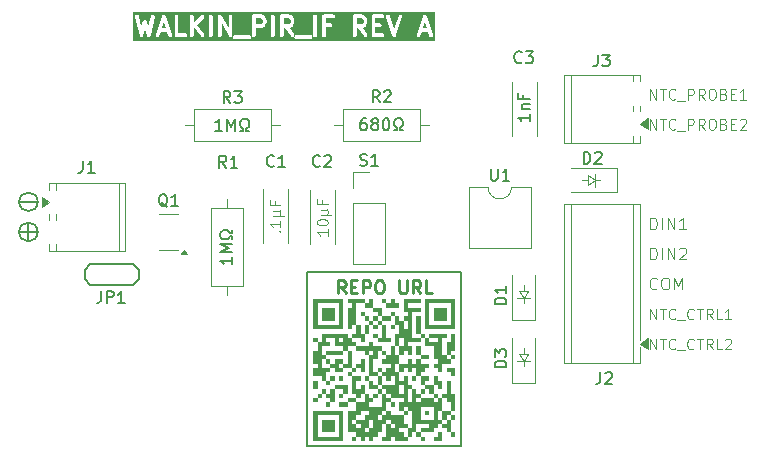
<source format=gto>
%TF.GenerationSoftware,KiCad,Pcbnew,9.0.1+1*%
%TF.CreationDate,2026-01-02T04:54:49+00:00*%
%TF.ProjectId,WALKIN_PIR_IF,57414c4b-494e-45f5-9049-525f49462e6b,A*%
%TF.SameCoordinates,Original*%
%TF.FileFunction,Legend,Top*%
%TF.FilePolarity,Positive*%
%FSLAX46Y46*%
G04 Gerber Fmt 4.6, Leading zero omitted, Abs format (unit mm)*
G04 Created by KiCad (PCBNEW 9.0.1+1) date 2026-01-02 04:54:49*
%MOMM*%
%LPD*%
G01*
G04 APERTURE LIST*
%ADD10C,0.200000*%
%ADD11C,0.150000*%
%ADD12C,0.100000*%
%ADD13C,0.320000*%
%ADD14C,0.112500*%
%ADD15C,0.220000*%
%ADD16C,0.120000*%
%ADD17C,0.000000*%
G04 APERTURE END LIST*
D10*
X148470470Y-102025000D02*
X161510470Y-102025000D01*
X161510470Y-116735000D01*
X148470470Y-116735000D01*
X148470470Y-102025000D01*
D11*
X125660000Y-96071101D02*
G75*
G02*
X124080000Y-96071101I-790000J0D01*
G01*
X124080000Y-96071101D02*
G75*
G02*
X125660000Y-96071101I790000J0D01*
G01*
X125660000Y-98621101D02*
X124080000Y-98621101D01*
X125660000Y-98621101D02*
G75*
G02*
X124080000Y-98621101I-790000J0D01*
G01*
X124080000Y-98621101D02*
G75*
G02*
X125660000Y-98621101I790000J0D01*
G01*
X124870000Y-97831101D02*
X124870000Y-99411101D01*
X125660000Y-96071101D02*
X124080000Y-96071101D01*
D12*
X178075312Y-103383281D02*
X178027693Y-103430901D01*
X178027693Y-103430901D02*
X177884836Y-103478520D01*
X177884836Y-103478520D02*
X177789598Y-103478520D01*
X177789598Y-103478520D02*
X177646741Y-103430901D01*
X177646741Y-103430901D02*
X177551503Y-103335662D01*
X177551503Y-103335662D02*
X177503884Y-103240424D01*
X177503884Y-103240424D02*
X177456265Y-103049948D01*
X177456265Y-103049948D02*
X177456265Y-102907091D01*
X177456265Y-102907091D02*
X177503884Y-102716615D01*
X177503884Y-102716615D02*
X177551503Y-102621377D01*
X177551503Y-102621377D02*
X177646741Y-102526139D01*
X177646741Y-102526139D02*
X177789598Y-102478520D01*
X177789598Y-102478520D02*
X177884836Y-102478520D01*
X177884836Y-102478520D02*
X178027693Y-102526139D01*
X178027693Y-102526139D02*
X178075312Y-102573758D01*
X178694360Y-102478520D02*
X178884836Y-102478520D01*
X178884836Y-102478520D02*
X178980074Y-102526139D01*
X178980074Y-102526139D02*
X179075312Y-102621377D01*
X179075312Y-102621377D02*
X179122931Y-102811853D01*
X179122931Y-102811853D02*
X179122931Y-103145186D01*
X179122931Y-103145186D02*
X179075312Y-103335662D01*
X179075312Y-103335662D02*
X178980074Y-103430901D01*
X178980074Y-103430901D02*
X178884836Y-103478520D01*
X178884836Y-103478520D02*
X178694360Y-103478520D01*
X178694360Y-103478520D02*
X178599122Y-103430901D01*
X178599122Y-103430901D02*
X178503884Y-103335662D01*
X178503884Y-103335662D02*
X178456265Y-103145186D01*
X178456265Y-103145186D02*
X178456265Y-102811853D01*
X178456265Y-102811853D02*
X178503884Y-102621377D01*
X178503884Y-102621377D02*
X178599122Y-102526139D01*
X178599122Y-102526139D02*
X178694360Y-102478520D01*
X179551503Y-103478520D02*
X179551503Y-102478520D01*
X179551503Y-102478520D02*
X179884836Y-103192805D01*
X179884836Y-103192805D02*
X180218169Y-102478520D01*
X180218169Y-102478520D02*
X180218169Y-103478520D01*
D13*
G36*
X146982892Y-80565237D02*
G01*
X147022362Y-80604709D01*
X147070050Y-80700082D01*
X147070050Y-80853112D01*
X147022362Y-80948485D01*
X146982892Y-80987957D01*
X146887516Y-81035645D01*
X146475764Y-81035645D01*
X146475764Y-80517550D01*
X146887516Y-80517550D01*
X146982892Y-80565237D01*
G37*
G36*
X153154322Y-80565237D02*
G01*
X153193792Y-80604709D01*
X153241480Y-80700082D01*
X153241480Y-80853112D01*
X153193792Y-80948485D01*
X153154322Y-80987957D01*
X153058946Y-81035645D01*
X152647194Y-81035645D01*
X152647194Y-80517550D01*
X153058946Y-80517550D01*
X153154322Y-80565237D01*
G37*
G36*
X136493775Y-81340407D02*
G01*
X136175846Y-81340407D01*
X136334810Y-80863513D01*
X136493775Y-81340407D01*
G37*
G36*
X158589016Y-81340407D02*
G01*
X158271087Y-81340407D01*
X158430051Y-80863513D01*
X158589016Y-81340407D01*
G37*
G36*
X144620987Y-80565237D02*
G01*
X144660457Y-80604709D01*
X144708145Y-80700082D01*
X144708145Y-80853112D01*
X144660457Y-80948485D01*
X144620987Y-80987957D01*
X144525611Y-81035645D01*
X144113859Y-81035645D01*
X144113859Y-80517550D01*
X144525611Y-80517550D01*
X144620987Y-80565237D01*
G37*
G36*
X159299907Y-82447709D02*
G01*
X133711431Y-82447709D01*
X133711431Y-80363532D01*
X133889209Y-80363532D01*
X133893448Y-80394609D01*
X134274400Y-81994609D01*
X134278091Y-82005320D01*
X134278602Y-82009161D01*
X134280611Y-82012632D01*
X134284620Y-82024262D01*
X134298241Y-82043083D01*
X134309881Y-82063189D01*
X134316405Y-82068183D01*
X134321221Y-82074837D01*
X134341000Y-82087008D01*
X134359455Y-82101135D01*
X134367395Y-82103252D01*
X134374389Y-82107556D01*
X134397320Y-82111232D01*
X134419775Y-82117220D01*
X134427920Y-82116137D01*
X134436031Y-82117438D01*
X134458633Y-82112056D01*
X134481660Y-82108997D01*
X134488767Y-82104882D01*
X134496761Y-82102979D01*
X134515582Y-82089357D01*
X134535688Y-82077718D01*
X134540682Y-82071193D01*
X134547336Y-82066378D01*
X134559507Y-82046598D01*
X134573634Y-82028144D01*
X134577953Y-82016624D01*
X134580055Y-82013210D01*
X134580667Y-82009386D01*
X134584647Y-81998776D01*
X134734811Y-81435661D01*
X134884975Y-81998776D01*
X134888954Y-82009386D01*
X134889567Y-82013210D01*
X134891668Y-82016624D01*
X134895988Y-82028144D01*
X134910114Y-82046598D01*
X134922286Y-82066378D01*
X134928939Y-82071193D01*
X134933934Y-82077718D01*
X134954036Y-82089355D01*
X134972860Y-82102979D01*
X134980855Y-82104882D01*
X134987962Y-82108997D01*
X135010987Y-82112056D01*
X135033591Y-82117438D01*
X135041701Y-82116137D01*
X135049847Y-82117220D01*
X135072301Y-82111232D01*
X135095233Y-82107556D01*
X135102226Y-82103252D01*
X135110167Y-82101135D01*
X135128621Y-82087008D01*
X135148401Y-82074837D01*
X135153216Y-82068183D01*
X135159741Y-82063189D01*
X135171378Y-82043086D01*
X135185002Y-82024263D01*
X135189010Y-82012631D01*
X135191020Y-82009161D01*
X135191530Y-82005320D01*
X135195222Y-81994609D01*
X135208810Y-81937538D01*
X135642733Y-81937538D01*
X135647159Y-81999810D01*
X135675078Y-82055648D01*
X135722240Y-82096552D01*
X135781465Y-82116294D01*
X135843737Y-82111868D01*
X135899575Y-82083949D01*
X135940479Y-82036787D01*
X135953266Y-82008146D01*
X136069179Y-81660407D01*
X136600442Y-81660407D01*
X136716355Y-82008146D01*
X136729142Y-82036787D01*
X136770046Y-82083949D01*
X136825884Y-82111868D01*
X136888156Y-82116294D01*
X136947381Y-82096552D01*
X136994543Y-82055648D01*
X137022462Y-81999810D01*
X137026888Y-81937538D01*
X137019933Y-81906954D01*
X136503465Y-80357550D01*
X137241478Y-80357550D01*
X137241478Y-81957550D01*
X137244552Y-81988764D01*
X137268443Y-82046441D01*
X137312587Y-82090585D01*
X137370264Y-82114476D01*
X137401478Y-82117550D01*
X138163383Y-82117550D01*
X138194597Y-82114476D01*
X138252274Y-82090585D01*
X138296418Y-82046441D01*
X138320309Y-81988764D01*
X138320309Y-81926336D01*
X138296418Y-81868659D01*
X138252274Y-81824515D01*
X138194597Y-81800624D01*
X138163383Y-81797550D01*
X137561478Y-81797550D01*
X137561478Y-80357550D01*
X138536716Y-80357550D01*
X138536716Y-81957550D01*
X138539790Y-81988764D01*
X138563681Y-82046441D01*
X138607825Y-82090585D01*
X138665502Y-82114476D01*
X138727930Y-82114476D01*
X138785607Y-82090585D01*
X138829751Y-82046441D01*
X138853642Y-81988764D01*
X138856716Y-81957550D01*
X138856716Y-81338110D01*
X138907976Y-81286849D01*
X139483002Y-82053550D01*
X139504190Y-82076677D01*
X139557909Y-82108484D01*
X139619710Y-82117313D01*
X139680187Y-82101819D01*
X139730129Y-82064363D01*
X139761936Y-82010644D01*
X139770765Y-81948842D01*
X139755271Y-81888366D01*
X139739002Y-81861550D01*
X139136547Y-81058278D01*
X139724139Y-80470687D01*
X139744037Y-80446442D01*
X139767928Y-80388764D01*
X139767928Y-80357550D01*
X140136716Y-80357550D01*
X140136716Y-81957550D01*
X140139790Y-81988764D01*
X140163681Y-82046441D01*
X140207825Y-82090585D01*
X140265502Y-82114476D01*
X140327930Y-82114476D01*
X140385607Y-82090585D01*
X140429751Y-82046441D01*
X140453642Y-81988764D01*
X140456716Y-81957550D01*
X140456716Y-80357550D01*
X140898621Y-80357550D01*
X140898621Y-81957550D01*
X140901695Y-81988764D01*
X140925586Y-82046441D01*
X140969730Y-82090585D01*
X141027407Y-82114476D01*
X141089835Y-82114476D01*
X141147512Y-82090585D01*
X141191656Y-82046441D01*
X141215547Y-81988764D01*
X141218621Y-81957550D01*
X141218621Y-80960040D01*
X141833988Y-82036932D01*
X141838658Y-82043511D01*
X141839872Y-82046441D01*
X141842856Y-82049425D01*
X141852144Y-82062509D01*
X141868970Y-82075539D01*
X141884016Y-82090585D01*
X141893439Y-82094488D01*
X141901503Y-82100733D01*
X141922030Y-82106331D01*
X141941693Y-82114476D01*
X141951894Y-82114476D01*
X141961732Y-82117159D01*
X141982837Y-82114476D01*
X142004121Y-82114476D01*
X142013545Y-82110572D01*
X142023663Y-82109286D01*
X142042142Y-82098726D01*
X142061798Y-82090585D01*
X142069006Y-82083376D01*
X142077161Y-82078717D01*
X142196933Y-82078717D01*
X142196933Y-82141145D01*
X142220824Y-82198822D01*
X142264968Y-82242966D01*
X142322645Y-82266857D01*
X142353859Y-82269931D01*
X143572906Y-82269931D01*
X143604120Y-82266857D01*
X143661797Y-82242966D01*
X143705941Y-82198822D01*
X143729832Y-82141145D01*
X143729832Y-82078717D01*
X143705941Y-82021040D01*
X143661797Y-81976896D01*
X143604120Y-81953005D01*
X143572906Y-81949931D01*
X142353859Y-81949931D01*
X142322645Y-81953005D01*
X142264968Y-81976896D01*
X142220824Y-82021040D01*
X142196933Y-82078717D01*
X142077161Y-82078717D01*
X142077866Y-82078314D01*
X142090899Y-82061483D01*
X142105942Y-82046441D01*
X142109845Y-82037018D01*
X142116090Y-82028954D01*
X142121688Y-82008426D01*
X142129833Y-81988764D01*
X142131405Y-81972797D01*
X142132516Y-81968725D01*
X142132116Y-81965580D01*
X142132907Y-81957550D01*
X142132907Y-80357550D01*
X143793859Y-80357550D01*
X143793859Y-81957550D01*
X143796933Y-81988764D01*
X143820824Y-82046441D01*
X143864968Y-82090585D01*
X143922645Y-82114476D01*
X143985073Y-82114476D01*
X144042750Y-82090585D01*
X144086894Y-82046441D01*
X144110785Y-81988764D01*
X144113859Y-81957550D01*
X144113859Y-81355645D01*
X144563383Y-81355645D01*
X144594597Y-81352571D01*
X144599909Y-81350370D01*
X144605643Y-81349963D01*
X144634937Y-81338754D01*
X144787318Y-81262563D01*
X144800754Y-81254105D01*
X144804657Y-81252489D01*
X144809048Y-81248884D01*
X144813862Y-81245855D01*
X144816632Y-81242661D01*
X144828902Y-81232591D01*
X144905092Y-81156400D01*
X144915163Y-81144128D01*
X144918353Y-81141362D01*
X144921379Y-81136554D01*
X144924990Y-81132155D01*
X144926608Y-81128248D01*
X144935062Y-81114819D01*
X145011253Y-80962438D01*
X145022463Y-80933145D01*
X145022870Y-80927409D01*
X145025071Y-80922097D01*
X145028145Y-80890883D01*
X145028145Y-80662312D01*
X145025071Y-80631098D01*
X145022870Y-80625785D01*
X145022463Y-80620050D01*
X145011253Y-80590757D01*
X144935062Y-80438376D01*
X144926608Y-80424946D01*
X144924990Y-80421040D01*
X144921379Y-80416640D01*
X144918353Y-80411833D01*
X144915163Y-80409066D01*
X144905092Y-80396795D01*
X144865848Y-80357550D01*
X145393859Y-80357550D01*
X145393859Y-81957550D01*
X145396933Y-81988764D01*
X145420824Y-82046441D01*
X145464968Y-82090585D01*
X145522645Y-82114476D01*
X145585073Y-82114476D01*
X145642750Y-82090585D01*
X145686894Y-82046441D01*
X145710785Y-81988764D01*
X145713859Y-81957550D01*
X145713859Y-80357550D01*
X146155764Y-80357550D01*
X146155764Y-81957550D01*
X146158838Y-81988764D01*
X146182729Y-82046441D01*
X146226873Y-82090585D01*
X146284550Y-82114476D01*
X146346978Y-82114476D01*
X146404655Y-82090585D01*
X146448799Y-82046441D01*
X146472690Y-81988764D01*
X146475764Y-81957550D01*
X146475764Y-81355645D01*
X146613411Y-81355645D01*
X147098973Y-82049304D01*
X147119391Y-82073113D01*
X147172039Y-82106663D01*
X147233518Y-82117512D01*
X147294470Y-82104009D01*
X147330602Y-82078717D01*
X147377886Y-82078717D01*
X147377886Y-82141145D01*
X147401777Y-82198822D01*
X147445921Y-82242966D01*
X147503598Y-82266857D01*
X147534812Y-82269931D01*
X148753859Y-82269931D01*
X148785073Y-82266857D01*
X148842750Y-82242966D01*
X148886894Y-82198822D01*
X148910785Y-82141145D01*
X148910785Y-82078717D01*
X148886894Y-82021040D01*
X148842750Y-81976896D01*
X148785073Y-81953005D01*
X148753859Y-81949931D01*
X147534812Y-81949931D01*
X147503598Y-81953005D01*
X147445921Y-81976896D01*
X147401777Y-82021040D01*
X147377886Y-82078717D01*
X147330602Y-82078717D01*
X147345613Y-82068209D01*
X147379163Y-82015561D01*
X147390012Y-81954082D01*
X147376509Y-81893130D01*
X147361127Y-81865796D01*
X146993178Y-81340155D01*
X146996842Y-81338754D01*
X147149223Y-81262563D01*
X147162659Y-81254105D01*
X147166562Y-81252489D01*
X147170953Y-81248884D01*
X147175767Y-81245855D01*
X147178537Y-81242661D01*
X147190807Y-81232591D01*
X147266997Y-81156400D01*
X147277068Y-81144128D01*
X147280258Y-81141362D01*
X147283284Y-81136554D01*
X147286895Y-81132155D01*
X147288513Y-81128248D01*
X147296967Y-81114819D01*
X147373158Y-80962438D01*
X147384368Y-80933145D01*
X147384775Y-80927409D01*
X147386976Y-80922097D01*
X147390050Y-80890883D01*
X147390050Y-80662312D01*
X147386976Y-80631098D01*
X147384775Y-80625785D01*
X147384368Y-80620050D01*
X147373158Y-80590757D01*
X147296967Y-80438376D01*
X147288513Y-80424946D01*
X147286895Y-80421040D01*
X147283284Y-80416640D01*
X147280258Y-80411833D01*
X147277068Y-80409066D01*
X147266997Y-80396795D01*
X147227753Y-80357550D01*
X148974812Y-80357550D01*
X148974812Y-81957550D01*
X148977886Y-81988764D01*
X149001777Y-82046441D01*
X149045921Y-82090585D01*
X149103598Y-82114476D01*
X149166026Y-82114476D01*
X149223703Y-82090585D01*
X149267847Y-82046441D01*
X149291738Y-81988764D01*
X149294812Y-81957550D01*
X149294812Y-80357550D01*
X149736717Y-80357550D01*
X149736717Y-81957550D01*
X149739791Y-81988764D01*
X149763682Y-82046441D01*
X149807826Y-82090585D01*
X149865503Y-82114476D01*
X149927931Y-82114476D01*
X149985608Y-82090585D01*
X150029752Y-82046441D01*
X150053643Y-81988764D01*
X150056717Y-81957550D01*
X150056717Y-81279455D01*
X150430050Y-81279455D01*
X150461264Y-81276381D01*
X150518941Y-81252490D01*
X150563085Y-81208346D01*
X150586976Y-81150669D01*
X150586976Y-81088241D01*
X150563085Y-81030564D01*
X150518941Y-80986420D01*
X150461264Y-80962529D01*
X150430050Y-80959455D01*
X150056717Y-80959455D01*
X150056717Y-80517550D01*
X150658622Y-80517550D01*
X150689836Y-80514476D01*
X150747513Y-80490585D01*
X150791657Y-80446441D01*
X150815548Y-80388764D01*
X150815548Y-80357550D01*
X152327194Y-80357550D01*
X152327194Y-81957550D01*
X152330268Y-81988764D01*
X152354159Y-82046441D01*
X152398303Y-82090585D01*
X152455980Y-82114476D01*
X152518408Y-82114476D01*
X152576085Y-82090585D01*
X152620229Y-82046441D01*
X152644120Y-81988764D01*
X152647194Y-81957550D01*
X152647194Y-81355645D01*
X152784841Y-81355645D01*
X153270403Y-82049304D01*
X153290821Y-82073113D01*
X153343469Y-82106663D01*
X153404948Y-82117512D01*
X153465900Y-82104009D01*
X153517043Y-82068209D01*
X153550593Y-82015561D01*
X153561442Y-81954082D01*
X153547939Y-81893130D01*
X153532557Y-81865796D01*
X153164608Y-81340155D01*
X153168272Y-81338754D01*
X153320653Y-81262563D01*
X153334089Y-81254105D01*
X153337992Y-81252489D01*
X153342383Y-81248884D01*
X153347197Y-81245855D01*
X153349967Y-81242661D01*
X153362237Y-81232591D01*
X153438427Y-81156400D01*
X153448498Y-81144128D01*
X153451688Y-81141362D01*
X153454714Y-81136554D01*
X153458325Y-81132155D01*
X153459943Y-81128248D01*
X153468397Y-81114819D01*
X153544588Y-80962438D01*
X153555798Y-80933145D01*
X153556205Y-80927409D01*
X153558406Y-80922097D01*
X153561480Y-80890883D01*
X153561480Y-80662312D01*
X153558406Y-80631098D01*
X153556205Y-80625785D01*
X153555798Y-80620050D01*
X153544588Y-80590757D01*
X153468397Y-80438376D01*
X153459943Y-80424946D01*
X153458325Y-80421040D01*
X153454714Y-80416640D01*
X153451688Y-80411833D01*
X153448498Y-80409066D01*
X153438427Y-80396795D01*
X153399183Y-80357550D01*
X153927194Y-80357550D01*
X153927194Y-81957550D01*
X153930268Y-81988764D01*
X153954159Y-82046441D01*
X153998303Y-82090585D01*
X154055980Y-82114476D01*
X154087194Y-82117550D01*
X154849099Y-82117550D01*
X154880313Y-82114476D01*
X154937990Y-82090585D01*
X154982134Y-82046441D01*
X155006025Y-81988764D01*
X155006025Y-81926336D01*
X154982134Y-81868659D01*
X154937990Y-81824515D01*
X154880313Y-81800624D01*
X154849099Y-81797550D01*
X154247194Y-81797550D01*
X154247194Y-81279455D01*
X154620527Y-81279455D01*
X154651741Y-81276381D01*
X154709418Y-81252490D01*
X154753562Y-81208346D01*
X154777453Y-81150669D01*
X154777453Y-81088241D01*
X154753562Y-81030564D01*
X154709418Y-80986420D01*
X154651741Y-80962529D01*
X154620527Y-80959455D01*
X154247194Y-80959455D01*
X154247194Y-80517550D01*
X154849099Y-80517550D01*
X154880313Y-80514476D01*
X154937990Y-80490585D01*
X154982134Y-80446441D01*
X155006025Y-80388764D01*
X155006025Y-80377562D01*
X155147497Y-80377562D01*
X155154452Y-80408146D01*
X155687786Y-82008146D01*
X155700573Y-82036786D01*
X155708063Y-82045422D01*
X155713176Y-82055648D01*
X155728333Y-82068793D01*
X155741477Y-82083949D01*
X155751700Y-82089060D01*
X155760338Y-82096552D01*
X155779373Y-82102897D01*
X155797315Y-82111868D01*
X155808716Y-82112678D01*
X155819563Y-82116294D01*
X155839575Y-82114871D01*
X155859587Y-82116294D01*
X155870433Y-82112678D01*
X155881835Y-82111868D01*
X155899776Y-82102897D01*
X155918812Y-82096552D01*
X155927449Y-82089060D01*
X155937673Y-82083949D01*
X155950817Y-82068792D01*
X155965974Y-82055648D01*
X155971085Y-82045424D01*
X155978577Y-82036787D01*
X155991364Y-82008146D01*
X156014900Y-81937538D01*
X157737974Y-81937538D01*
X157742400Y-81999810D01*
X157770319Y-82055648D01*
X157817481Y-82096552D01*
X157876706Y-82116294D01*
X157938978Y-82111868D01*
X157994816Y-82083949D01*
X158035720Y-82036787D01*
X158048507Y-82008146D01*
X158164420Y-81660407D01*
X158695683Y-81660407D01*
X158811596Y-82008146D01*
X158824383Y-82036787D01*
X158865287Y-82083949D01*
X158921125Y-82111868D01*
X158983397Y-82116294D01*
X159042622Y-82096552D01*
X159089784Y-82055648D01*
X159117703Y-81999810D01*
X159122129Y-81937538D01*
X159115174Y-81906954D01*
X158581841Y-80306954D01*
X158569054Y-80278313D01*
X158561562Y-80269675D01*
X158556451Y-80259452D01*
X158541294Y-80246307D01*
X158528150Y-80231151D01*
X158517926Y-80226039D01*
X158509289Y-80218548D01*
X158490253Y-80212202D01*
X158472312Y-80203232D01*
X158460910Y-80202421D01*
X158450064Y-80198806D01*
X158430052Y-80200228D01*
X158410040Y-80198806D01*
X158399193Y-80202421D01*
X158387792Y-80203232D01*
X158369850Y-80212202D01*
X158350815Y-80218548D01*
X158342177Y-80226039D01*
X158331954Y-80231151D01*
X158318810Y-80246306D01*
X158303653Y-80259452D01*
X158298540Y-80269677D01*
X158291050Y-80278314D01*
X158278263Y-80306954D01*
X157744929Y-81906954D01*
X157737974Y-81937538D01*
X156014900Y-81937538D01*
X156524697Y-80408146D01*
X156531652Y-80377562D01*
X156527226Y-80315290D01*
X156499307Y-80259452D01*
X156452145Y-80218548D01*
X156392920Y-80198806D01*
X156330648Y-80203232D01*
X156274810Y-80231151D01*
X156233906Y-80278313D01*
X156221119Y-80306954D01*
X155839574Y-81451586D01*
X155458030Y-80306954D01*
X155445243Y-80278313D01*
X155404339Y-80231151D01*
X155348501Y-80203232D01*
X155286229Y-80198806D01*
X155227004Y-80218548D01*
X155179842Y-80259452D01*
X155151923Y-80315290D01*
X155147497Y-80377562D01*
X155006025Y-80377562D01*
X155006025Y-80326336D01*
X154982134Y-80268659D01*
X154937990Y-80224515D01*
X154880313Y-80200624D01*
X154849099Y-80197550D01*
X154087194Y-80197550D01*
X154055980Y-80200624D01*
X153998303Y-80224515D01*
X153954159Y-80268659D01*
X153930268Y-80326336D01*
X153927194Y-80357550D01*
X153399183Y-80357550D01*
X153362237Y-80320604D01*
X153349967Y-80310533D01*
X153347197Y-80307340D01*
X153342383Y-80304310D01*
X153337992Y-80300706D01*
X153334089Y-80299089D01*
X153320653Y-80290632D01*
X153168272Y-80214441D01*
X153138978Y-80203232D01*
X153133244Y-80202824D01*
X153127932Y-80200624D01*
X153096718Y-80197550D01*
X152487194Y-80197550D01*
X152455980Y-80200624D01*
X152398303Y-80224515D01*
X152354159Y-80268659D01*
X152330268Y-80326336D01*
X152327194Y-80357550D01*
X150815548Y-80357550D01*
X150815548Y-80326336D01*
X150791657Y-80268659D01*
X150747513Y-80224515D01*
X150689836Y-80200624D01*
X150658622Y-80197550D01*
X149896717Y-80197550D01*
X149865503Y-80200624D01*
X149807826Y-80224515D01*
X149763682Y-80268659D01*
X149739791Y-80326336D01*
X149736717Y-80357550D01*
X149294812Y-80357550D01*
X149291738Y-80326336D01*
X149267847Y-80268659D01*
X149223703Y-80224515D01*
X149166026Y-80200624D01*
X149103598Y-80200624D01*
X149045921Y-80224515D01*
X149001777Y-80268659D01*
X148977886Y-80326336D01*
X148974812Y-80357550D01*
X147227753Y-80357550D01*
X147190807Y-80320604D01*
X147178537Y-80310533D01*
X147175767Y-80307340D01*
X147170953Y-80304310D01*
X147166562Y-80300706D01*
X147162659Y-80299089D01*
X147149223Y-80290632D01*
X146996842Y-80214441D01*
X146967548Y-80203232D01*
X146961814Y-80202824D01*
X146956502Y-80200624D01*
X146925288Y-80197550D01*
X146315764Y-80197550D01*
X146284550Y-80200624D01*
X146226873Y-80224515D01*
X146182729Y-80268659D01*
X146158838Y-80326336D01*
X146155764Y-80357550D01*
X145713859Y-80357550D01*
X145710785Y-80326336D01*
X145686894Y-80268659D01*
X145642750Y-80224515D01*
X145585073Y-80200624D01*
X145522645Y-80200624D01*
X145464968Y-80224515D01*
X145420824Y-80268659D01*
X145396933Y-80326336D01*
X145393859Y-80357550D01*
X144865848Y-80357550D01*
X144828902Y-80320604D01*
X144816632Y-80310533D01*
X144813862Y-80307340D01*
X144809048Y-80304310D01*
X144804657Y-80300706D01*
X144800754Y-80299089D01*
X144787318Y-80290632D01*
X144634937Y-80214441D01*
X144605643Y-80203232D01*
X144599909Y-80202824D01*
X144594597Y-80200624D01*
X144563383Y-80197550D01*
X143953859Y-80197550D01*
X143922645Y-80200624D01*
X143864968Y-80224515D01*
X143820824Y-80268659D01*
X143796933Y-80326336D01*
X143793859Y-80357550D01*
X142132907Y-80357550D01*
X142129833Y-80326336D01*
X142105942Y-80268659D01*
X142061798Y-80224515D01*
X142004121Y-80200624D01*
X141941693Y-80200624D01*
X141884016Y-80224515D01*
X141839872Y-80268659D01*
X141815981Y-80326336D01*
X141812907Y-80357550D01*
X141812907Y-81355059D01*
X141197540Y-80278168D01*
X141192869Y-80271588D01*
X141191656Y-80268659D01*
X141188669Y-80265672D01*
X141179384Y-80252592D01*
X141162560Y-80239563D01*
X141147512Y-80224515D01*
X141138088Y-80220611D01*
X141130025Y-80214367D01*
X141109497Y-80208768D01*
X141089835Y-80200624D01*
X141079634Y-80200624D01*
X141069796Y-80197941D01*
X141048691Y-80200624D01*
X141027407Y-80200624D01*
X141017982Y-80204527D01*
X141007865Y-80205814D01*
X140989389Y-80216371D01*
X140969730Y-80224515D01*
X140962518Y-80231726D01*
X140953663Y-80236787D01*
X140940634Y-80253610D01*
X140925586Y-80268659D01*
X140921682Y-80278082D01*
X140915438Y-80286146D01*
X140909839Y-80306673D01*
X140901695Y-80326336D01*
X140900122Y-80342302D01*
X140899012Y-80346375D01*
X140899411Y-80349519D01*
X140898621Y-80357550D01*
X140456716Y-80357550D01*
X140453642Y-80326336D01*
X140429751Y-80268659D01*
X140385607Y-80224515D01*
X140327930Y-80200624D01*
X140265502Y-80200624D01*
X140207825Y-80224515D01*
X140163681Y-80268659D01*
X140139790Y-80326336D01*
X140136716Y-80357550D01*
X139767928Y-80357550D01*
X139767928Y-80326335D01*
X139744037Y-80268658D01*
X139699894Y-80224515D01*
X139642217Y-80200624D01*
X139579788Y-80200624D01*
X139522110Y-80224515D01*
X139497865Y-80244413D01*
X138856716Y-80885562D01*
X138856716Y-80357550D01*
X138853642Y-80326336D01*
X138829751Y-80268659D01*
X138785607Y-80224515D01*
X138727930Y-80200624D01*
X138665502Y-80200624D01*
X138607825Y-80224515D01*
X138563681Y-80268659D01*
X138539790Y-80326336D01*
X138536716Y-80357550D01*
X137561478Y-80357550D01*
X137558404Y-80326336D01*
X137534513Y-80268659D01*
X137490369Y-80224515D01*
X137432692Y-80200624D01*
X137370264Y-80200624D01*
X137312587Y-80224515D01*
X137268443Y-80268659D01*
X137244552Y-80326336D01*
X137241478Y-80357550D01*
X136503465Y-80357550D01*
X136486600Y-80306954D01*
X136473813Y-80278313D01*
X136466321Y-80269675D01*
X136461210Y-80259452D01*
X136446053Y-80246307D01*
X136432909Y-80231151D01*
X136422685Y-80226039D01*
X136414048Y-80218548D01*
X136395012Y-80212202D01*
X136377071Y-80203232D01*
X136365669Y-80202421D01*
X136354823Y-80198806D01*
X136334811Y-80200228D01*
X136314799Y-80198806D01*
X136303952Y-80202421D01*
X136292551Y-80203232D01*
X136274609Y-80212202D01*
X136255574Y-80218548D01*
X136246936Y-80226039D01*
X136236713Y-80231151D01*
X136223569Y-80246306D01*
X136208412Y-80259452D01*
X136203299Y-80269677D01*
X136195809Y-80278314D01*
X136183022Y-80306954D01*
X135649688Y-81906954D01*
X135642733Y-81937538D01*
X135208810Y-81937538D01*
X135576175Y-80394610D01*
X135580414Y-80363533D01*
X135570532Y-80301890D01*
X135537813Y-80248722D01*
X135487238Y-80212122D01*
X135426508Y-80197662D01*
X135364866Y-80207544D01*
X135311698Y-80240263D01*
X135275097Y-80290838D01*
X135264877Y-80320491D01*
X135030791Y-81303649D01*
X134889409Y-80773467D01*
X134886665Y-80766152D01*
X134886258Y-80763082D01*
X134884147Y-80759436D01*
X134878396Y-80744099D01*
X134865557Y-80727326D01*
X134854979Y-80709054D01*
X134846749Y-80702754D01*
X134840450Y-80694525D01*
X134822177Y-80683946D01*
X134805405Y-80671108D01*
X134795388Y-80668436D01*
X134786422Y-80663246D01*
X134765493Y-80660465D01*
X134745085Y-80655023D01*
X134734811Y-80656388D01*
X134724537Y-80655023D01*
X134704128Y-80660465D01*
X134683200Y-80663246D01*
X134674233Y-80668436D01*
X134664217Y-80671108D01*
X134647444Y-80683946D01*
X134629172Y-80694525D01*
X134622872Y-80702754D01*
X134614643Y-80709054D01*
X134604064Y-80727326D01*
X134591226Y-80744099D01*
X134585474Y-80759436D01*
X134583364Y-80763082D01*
X134582956Y-80766152D01*
X134580213Y-80773467D01*
X134438831Y-81303649D01*
X134204746Y-80320491D01*
X134194526Y-80290838D01*
X134157925Y-80240263D01*
X134104757Y-80207544D01*
X134043115Y-80197662D01*
X133982385Y-80212121D01*
X133931810Y-80248722D01*
X133899091Y-80301890D01*
X133889209Y-80363532D01*
X133711431Y-80363532D01*
X133711431Y-80019772D01*
X159299907Y-80019772D01*
X159299907Y-82447709D01*
G37*
D14*
X150200507Y-98409672D02*
X150200507Y-98923958D01*
X150200507Y-98666815D02*
X149300507Y-98666815D01*
X149300507Y-98666815D02*
X149429078Y-98752529D01*
X149429078Y-98752529D02*
X149514792Y-98838244D01*
X149514792Y-98838244D02*
X149557650Y-98923958D01*
X149300507Y-97852529D02*
X149300507Y-97766815D01*
X149300507Y-97766815D02*
X149343364Y-97681101D01*
X149343364Y-97681101D02*
X149386221Y-97638244D01*
X149386221Y-97638244D02*
X149471935Y-97595386D01*
X149471935Y-97595386D02*
X149643364Y-97552529D01*
X149643364Y-97552529D02*
X149857650Y-97552529D01*
X149857650Y-97552529D02*
X150029078Y-97595386D01*
X150029078Y-97595386D02*
X150114792Y-97638244D01*
X150114792Y-97638244D02*
X150157650Y-97681101D01*
X150157650Y-97681101D02*
X150200507Y-97766815D01*
X150200507Y-97766815D02*
X150200507Y-97852529D01*
X150200507Y-97852529D02*
X150157650Y-97938244D01*
X150157650Y-97938244D02*
X150114792Y-97981101D01*
X150114792Y-97981101D02*
X150029078Y-98023958D01*
X150029078Y-98023958D02*
X149857650Y-98066815D01*
X149857650Y-98066815D02*
X149643364Y-98066815D01*
X149643364Y-98066815D02*
X149471935Y-98023958D01*
X149471935Y-98023958D02*
X149386221Y-97981101D01*
X149386221Y-97981101D02*
X149343364Y-97938244D01*
X149343364Y-97938244D02*
X149300507Y-97852529D01*
X149600507Y-97166815D02*
X150500507Y-97166815D01*
X150071935Y-96738243D02*
X150157650Y-96695386D01*
X150157650Y-96695386D02*
X150200507Y-96609672D01*
X150071935Y-97166815D02*
X150157650Y-97123958D01*
X150157650Y-97123958D02*
X150200507Y-97038243D01*
X150200507Y-97038243D02*
X150200507Y-96866815D01*
X150200507Y-96866815D02*
X150157650Y-96781101D01*
X150157650Y-96781101D02*
X150071935Y-96738243D01*
X150071935Y-96738243D02*
X149600507Y-96738243D01*
X149729078Y-95923958D02*
X149729078Y-96223958D01*
X150200507Y-96223958D02*
X149300507Y-96223958D01*
X149300507Y-96223958D02*
X149300507Y-95795386D01*
D11*
X153436666Y-89005920D02*
X153246190Y-89005920D01*
X153246190Y-89005920D02*
X153150952Y-89053539D01*
X153150952Y-89053539D02*
X153103333Y-89101158D01*
X153103333Y-89101158D02*
X153008095Y-89244015D01*
X153008095Y-89244015D02*
X152960476Y-89434491D01*
X152960476Y-89434491D02*
X152960476Y-89815443D01*
X152960476Y-89815443D02*
X153008095Y-89910681D01*
X153008095Y-89910681D02*
X153055714Y-89958301D01*
X153055714Y-89958301D02*
X153150952Y-90005920D01*
X153150952Y-90005920D02*
X153341428Y-90005920D01*
X153341428Y-90005920D02*
X153436666Y-89958301D01*
X153436666Y-89958301D02*
X153484285Y-89910681D01*
X153484285Y-89910681D02*
X153531904Y-89815443D01*
X153531904Y-89815443D02*
X153531904Y-89577348D01*
X153531904Y-89577348D02*
X153484285Y-89482110D01*
X153484285Y-89482110D02*
X153436666Y-89434491D01*
X153436666Y-89434491D02*
X153341428Y-89386872D01*
X153341428Y-89386872D02*
X153150952Y-89386872D01*
X153150952Y-89386872D02*
X153055714Y-89434491D01*
X153055714Y-89434491D02*
X153008095Y-89482110D01*
X153008095Y-89482110D02*
X152960476Y-89577348D01*
X154103333Y-89434491D02*
X154008095Y-89386872D01*
X154008095Y-89386872D02*
X153960476Y-89339253D01*
X153960476Y-89339253D02*
X153912857Y-89244015D01*
X153912857Y-89244015D02*
X153912857Y-89196396D01*
X153912857Y-89196396D02*
X153960476Y-89101158D01*
X153960476Y-89101158D02*
X154008095Y-89053539D01*
X154008095Y-89053539D02*
X154103333Y-89005920D01*
X154103333Y-89005920D02*
X154293809Y-89005920D01*
X154293809Y-89005920D02*
X154389047Y-89053539D01*
X154389047Y-89053539D02*
X154436666Y-89101158D01*
X154436666Y-89101158D02*
X154484285Y-89196396D01*
X154484285Y-89196396D02*
X154484285Y-89244015D01*
X154484285Y-89244015D02*
X154436666Y-89339253D01*
X154436666Y-89339253D02*
X154389047Y-89386872D01*
X154389047Y-89386872D02*
X154293809Y-89434491D01*
X154293809Y-89434491D02*
X154103333Y-89434491D01*
X154103333Y-89434491D02*
X154008095Y-89482110D01*
X154008095Y-89482110D02*
X153960476Y-89529729D01*
X153960476Y-89529729D02*
X153912857Y-89624967D01*
X153912857Y-89624967D02*
X153912857Y-89815443D01*
X153912857Y-89815443D02*
X153960476Y-89910681D01*
X153960476Y-89910681D02*
X154008095Y-89958301D01*
X154008095Y-89958301D02*
X154103333Y-90005920D01*
X154103333Y-90005920D02*
X154293809Y-90005920D01*
X154293809Y-90005920D02*
X154389047Y-89958301D01*
X154389047Y-89958301D02*
X154436666Y-89910681D01*
X154436666Y-89910681D02*
X154484285Y-89815443D01*
X154484285Y-89815443D02*
X154484285Y-89624967D01*
X154484285Y-89624967D02*
X154436666Y-89529729D01*
X154436666Y-89529729D02*
X154389047Y-89482110D01*
X154389047Y-89482110D02*
X154293809Y-89434491D01*
X155103333Y-89005920D02*
X155198571Y-89005920D01*
X155198571Y-89005920D02*
X155293809Y-89053539D01*
X155293809Y-89053539D02*
X155341428Y-89101158D01*
X155341428Y-89101158D02*
X155389047Y-89196396D01*
X155389047Y-89196396D02*
X155436666Y-89386872D01*
X155436666Y-89386872D02*
X155436666Y-89624967D01*
X155436666Y-89624967D02*
X155389047Y-89815443D01*
X155389047Y-89815443D02*
X155341428Y-89910681D01*
X155341428Y-89910681D02*
X155293809Y-89958301D01*
X155293809Y-89958301D02*
X155198571Y-90005920D01*
X155198571Y-90005920D02*
X155103333Y-90005920D01*
X155103333Y-90005920D02*
X155008095Y-89958301D01*
X155008095Y-89958301D02*
X154960476Y-89910681D01*
X154960476Y-89910681D02*
X154912857Y-89815443D01*
X154912857Y-89815443D02*
X154865238Y-89624967D01*
X154865238Y-89624967D02*
X154865238Y-89386872D01*
X154865238Y-89386872D02*
X154912857Y-89196396D01*
X154912857Y-89196396D02*
X154960476Y-89101158D01*
X154960476Y-89101158D02*
X155008095Y-89053539D01*
X155008095Y-89053539D02*
X155103333Y-89005920D01*
X155817619Y-90005920D02*
X156055714Y-90005920D01*
X156055714Y-90005920D02*
X156055714Y-89815443D01*
X156055714Y-89815443D02*
X155960476Y-89767824D01*
X155960476Y-89767824D02*
X155865238Y-89672586D01*
X155865238Y-89672586D02*
X155817619Y-89529729D01*
X155817619Y-89529729D02*
X155817619Y-89291634D01*
X155817619Y-89291634D02*
X155865238Y-89148777D01*
X155865238Y-89148777D02*
X155960476Y-89053539D01*
X155960476Y-89053539D02*
X156103333Y-89005920D01*
X156103333Y-89005920D02*
X156293809Y-89005920D01*
X156293809Y-89005920D02*
X156436666Y-89053539D01*
X156436666Y-89053539D02*
X156531904Y-89148777D01*
X156531904Y-89148777D02*
X156579523Y-89291634D01*
X156579523Y-89291634D02*
X156579523Y-89529729D01*
X156579523Y-89529729D02*
X156531904Y-89672586D01*
X156531904Y-89672586D02*
X156436666Y-89767824D01*
X156436666Y-89767824D02*
X156341428Y-89815443D01*
X156341428Y-89815443D02*
X156341428Y-90005920D01*
X156341428Y-90005920D02*
X156579523Y-90005920D01*
D14*
X177488298Y-108565108D02*
X177488298Y-107665108D01*
X177488298Y-107665108D02*
X178002584Y-108565108D01*
X178002584Y-108565108D02*
X178002584Y-107665108D01*
X178302584Y-107665108D02*
X178816870Y-107665108D01*
X178559727Y-108565108D02*
X178559727Y-107665108D01*
X179631155Y-108479393D02*
X179588298Y-108522251D01*
X179588298Y-108522251D02*
X179459726Y-108565108D01*
X179459726Y-108565108D02*
X179374012Y-108565108D01*
X179374012Y-108565108D02*
X179245441Y-108522251D01*
X179245441Y-108522251D02*
X179159726Y-108436536D01*
X179159726Y-108436536D02*
X179116869Y-108350822D01*
X179116869Y-108350822D02*
X179074012Y-108179393D01*
X179074012Y-108179393D02*
X179074012Y-108050822D01*
X179074012Y-108050822D02*
X179116869Y-107879393D01*
X179116869Y-107879393D02*
X179159726Y-107793679D01*
X179159726Y-107793679D02*
X179245441Y-107707965D01*
X179245441Y-107707965D02*
X179374012Y-107665108D01*
X179374012Y-107665108D02*
X179459726Y-107665108D01*
X179459726Y-107665108D02*
X179588298Y-107707965D01*
X179588298Y-107707965D02*
X179631155Y-107750822D01*
X179802584Y-108650822D02*
X180488298Y-108650822D01*
X181216869Y-108479393D02*
X181174012Y-108522251D01*
X181174012Y-108522251D02*
X181045440Y-108565108D01*
X181045440Y-108565108D02*
X180959726Y-108565108D01*
X180959726Y-108565108D02*
X180831155Y-108522251D01*
X180831155Y-108522251D02*
X180745440Y-108436536D01*
X180745440Y-108436536D02*
X180702583Y-108350822D01*
X180702583Y-108350822D02*
X180659726Y-108179393D01*
X180659726Y-108179393D02*
X180659726Y-108050822D01*
X180659726Y-108050822D02*
X180702583Y-107879393D01*
X180702583Y-107879393D02*
X180745440Y-107793679D01*
X180745440Y-107793679D02*
X180831155Y-107707965D01*
X180831155Y-107707965D02*
X180959726Y-107665108D01*
X180959726Y-107665108D02*
X181045440Y-107665108D01*
X181045440Y-107665108D02*
X181174012Y-107707965D01*
X181174012Y-107707965D02*
X181216869Y-107750822D01*
X181474012Y-107665108D02*
X181988298Y-107665108D01*
X181731155Y-108565108D02*
X181731155Y-107665108D01*
X182802583Y-108565108D02*
X182502583Y-108136536D01*
X182288297Y-108565108D02*
X182288297Y-107665108D01*
X182288297Y-107665108D02*
X182631154Y-107665108D01*
X182631154Y-107665108D02*
X182716869Y-107707965D01*
X182716869Y-107707965D02*
X182759726Y-107750822D01*
X182759726Y-107750822D02*
X182802583Y-107836536D01*
X182802583Y-107836536D02*
X182802583Y-107965108D01*
X182802583Y-107965108D02*
X182759726Y-108050822D01*
X182759726Y-108050822D02*
X182716869Y-108093679D01*
X182716869Y-108093679D02*
X182631154Y-108136536D01*
X182631154Y-108136536D02*
X182288297Y-108136536D01*
X183616869Y-108565108D02*
X183188297Y-108565108D01*
X183188297Y-108565108D02*
X183188297Y-107665108D01*
X183874011Y-107750822D02*
X183916868Y-107707965D01*
X183916868Y-107707965D02*
X184002583Y-107665108D01*
X184002583Y-107665108D02*
X184216868Y-107665108D01*
X184216868Y-107665108D02*
X184302583Y-107707965D01*
X184302583Y-107707965D02*
X184345440Y-107750822D01*
X184345440Y-107750822D02*
X184388297Y-107836536D01*
X184388297Y-107836536D02*
X184388297Y-107922251D01*
X184388297Y-107922251D02*
X184345440Y-108050822D01*
X184345440Y-108050822D02*
X183831154Y-108565108D01*
X183831154Y-108565108D02*
X184388297Y-108565108D01*
X177488298Y-89952608D02*
X177488298Y-89052608D01*
X177488298Y-89052608D02*
X178002584Y-89952608D01*
X178002584Y-89952608D02*
X178002584Y-89052608D01*
X178302584Y-89052608D02*
X178816870Y-89052608D01*
X178559727Y-89952608D02*
X178559727Y-89052608D01*
X179631155Y-89866893D02*
X179588298Y-89909751D01*
X179588298Y-89909751D02*
X179459726Y-89952608D01*
X179459726Y-89952608D02*
X179374012Y-89952608D01*
X179374012Y-89952608D02*
X179245441Y-89909751D01*
X179245441Y-89909751D02*
X179159726Y-89824036D01*
X179159726Y-89824036D02*
X179116869Y-89738322D01*
X179116869Y-89738322D02*
X179074012Y-89566893D01*
X179074012Y-89566893D02*
X179074012Y-89438322D01*
X179074012Y-89438322D02*
X179116869Y-89266893D01*
X179116869Y-89266893D02*
X179159726Y-89181179D01*
X179159726Y-89181179D02*
X179245441Y-89095465D01*
X179245441Y-89095465D02*
X179374012Y-89052608D01*
X179374012Y-89052608D02*
X179459726Y-89052608D01*
X179459726Y-89052608D02*
X179588298Y-89095465D01*
X179588298Y-89095465D02*
X179631155Y-89138322D01*
X179802584Y-90038322D02*
X180488298Y-90038322D01*
X180702583Y-89952608D02*
X180702583Y-89052608D01*
X180702583Y-89052608D02*
X181045440Y-89052608D01*
X181045440Y-89052608D02*
X181131155Y-89095465D01*
X181131155Y-89095465D02*
X181174012Y-89138322D01*
X181174012Y-89138322D02*
X181216869Y-89224036D01*
X181216869Y-89224036D02*
X181216869Y-89352608D01*
X181216869Y-89352608D02*
X181174012Y-89438322D01*
X181174012Y-89438322D02*
X181131155Y-89481179D01*
X181131155Y-89481179D02*
X181045440Y-89524036D01*
X181045440Y-89524036D02*
X180702583Y-89524036D01*
X182116869Y-89952608D02*
X181816869Y-89524036D01*
X181602583Y-89952608D02*
X181602583Y-89052608D01*
X181602583Y-89052608D02*
X181945440Y-89052608D01*
X181945440Y-89052608D02*
X182031155Y-89095465D01*
X182031155Y-89095465D02*
X182074012Y-89138322D01*
X182074012Y-89138322D02*
X182116869Y-89224036D01*
X182116869Y-89224036D02*
X182116869Y-89352608D01*
X182116869Y-89352608D02*
X182074012Y-89438322D01*
X182074012Y-89438322D02*
X182031155Y-89481179D01*
X182031155Y-89481179D02*
X181945440Y-89524036D01*
X181945440Y-89524036D02*
X181602583Y-89524036D01*
X182674012Y-89052608D02*
X182845440Y-89052608D01*
X182845440Y-89052608D02*
X182931155Y-89095465D01*
X182931155Y-89095465D02*
X183016869Y-89181179D01*
X183016869Y-89181179D02*
X183059726Y-89352608D01*
X183059726Y-89352608D02*
X183059726Y-89652608D01*
X183059726Y-89652608D02*
X183016869Y-89824036D01*
X183016869Y-89824036D02*
X182931155Y-89909751D01*
X182931155Y-89909751D02*
X182845440Y-89952608D01*
X182845440Y-89952608D02*
X182674012Y-89952608D01*
X182674012Y-89952608D02*
X182588298Y-89909751D01*
X182588298Y-89909751D02*
X182502583Y-89824036D01*
X182502583Y-89824036D02*
X182459726Y-89652608D01*
X182459726Y-89652608D02*
X182459726Y-89352608D01*
X182459726Y-89352608D02*
X182502583Y-89181179D01*
X182502583Y-89181179D02*
X182588298Y-89095465D01*
X182588298Y-89095465D02*
X182674012Y-89052608D01*
X183745440Y-89481179D02*
X183874012Y-89524036D01*
X183874012Y-89524036D02*
X183916869Y-89566893D01*
X183916869Y-89566893D02*
X183959726Y-89652608D01*
X183959726Y-89652608D02*
X183959726Y-89781179D01*
X183959726Y-89781179D02*
X183916869Y-89866893D01*
X183916869Y-89866893D02*
X183874012Y-89909751D01*
X183874012Y-89909751D02*
X183788297Y-89952608D01*
X183788297Y-89952608D02*
X183445440Y-89952608D01*
X183445440Y-89952608D02*
X183445440Y-89052608D01*
X183445440Y-89052608D02*
X183745440Y-89052608D01*
X183745440Y-89052608D02*
X183831155Y-89095465D01*
X183831155Y-89095465D02*
X183874012Y-89138322D01*
X183874012Y-89138322D02*
X183916869Y-89224036D01*
X183916869Y-89224036D02*
X183916869Y-89309751D01*
X183916869Y-89309751D02*
X183874012Y-89395465D01*
X183874012Y-89395465D02*
X183831155Y-89438322D01*
X183831155Y-89438322D02*
X183745440Y-89481179D01*
X183745440Y-89481179D02*
X183445440Y-89481179D01*
X184345440Y-89481179D02*
X184645440Y-89481179D01*
X184774012Y-89952608D02*
X184345440Y-89952608D01*
X184345440Y-89952608D02*
X184345440Y-89052608D01*
X184345440Y-89052608D02*
X184774012Y-89052608D01*
X185116869Y-89138322D02*
X185159726Y-89095465D01*
X185159726Y-89095465D02*
X185245441Y-89052608D01*
X185245441Y-89052608D02*
X185459726Y-89052608D01*
X185459726Y-89052608D02*
X185545441Y-89095465D01*
X185545441Y-89095465D02*
X185588298Y-89138322D01*
X185588298Y-89138322D02*
X185631155Y-89224036D01*
X185631155Y-89224036D02*
X185631155Y-89309751D01*
X185631155Y-89309751D02*
X185588298Y-89438322D01*
X185588298Y-89438322D02*
X185074012Y-89952608D01*
X185074012Y-89952608D02*
X185631155Y-89952608D01*
D11*
X141272857Y-90045920D02*
X140701429Y-90045920D01*
X140987143Y-90045920D02*
X140987143Y-89045920D01*
X140987143Y-89045920D02*
X140891905Y-89188777D01*
X140891905Y-89188777D02*
X140796667Y-89284015D01*
X140796667Y-89284015D02*
X140701429Y-89331634D01*
X141701429Y-90045920D02*
X141701429Y-89045920D01*
X141701429Y-89045920D02*
X142034762Y-89760205D01*
X142034762Y-89760205D02*
X142368095Y-89045920D01*
X142368095Y-89045920D02*
X142368095Y-90045920D01*
X142796667Y-90045920D02*
X143034762Y-90045920D01*
X143034762Y-90045920D02*
X143034762Y-89855443D01*
X143034762Y-89855443D02*
X142939524Y-89807824D01*
X142939524Y-89807824D02*
X142844286Y-89712586D01*
X142844286Y-89712586D02*
X142796667Y-89569729D01*
X142796667Y-89569729D02*
X142796667Y-89331634D01*
X142796667Y-89331634D02*
X142844286Y-89188777D01*
X142844286Y-89188777D02*
X142939524Y-89093539D01*
X142939524Y-89093539D02*
X143082381Y-89045920D01*
X143082381Y-89045920D02*
X143272857Y-89045920D01*
X143272857Y-89045920D02*
X143415714Y-89093539D01*
X143415714Y-89093539D02*
X143510952Y-89188777D01*
X143510952Y-89188777D02*
X143558571Y-89331634D01*
X143558571Y-89331634D02*
X143558571Y-89569729D01*
X143558571Y-89569729D02*
X143510952Y-89712586D01*
X143510952Y-89712586D02*
X143415714Y-89807824D01*
X143415714Y-89807824D02*
X143320476Y-89855443D01*
X143320476Y-89855443D02*
X143320476Y-90045920D01*
X143320476Y-90045920D02*
X143558571Y-90045920D01*
D14*
X146094792Y-98566815D02*
X146137650Y-98523958D01*
X146137650Y-98523958D02*
X146180507Y-98566815D01*
X146180507Y-98566815D02*
X146137650Y-98609672D01*
X146137650Y-98609672D02*
X146094792Y-98566815D01*
X146094792Y-98566815D02*
X146180507Y-98566815D01*
X146180507Y-97666815D02*
X146180507Y-98181101D01*
X146180507Y-97923958D02*
X145280507Y-97923958D01*
X145280507Y-97923958D02*
X145409078Y-98009672D01*
X145409078Y-98009672D02*
X145494792Y-98095387D01*
X145494792Y-98095387D02*
X145537650Y-98181101D01*
X145580507Y-97281101D02*
X146480507Y-97281101D01*
X146051935Y-96852529D02*
X146137650Y-96809672D01*
X146137650Y-96809672D02*
X146180507Y-96723958D01*
X146051935Y-97281101D02*
X146137650Y-97238244D01*
X146137650Y-97238244D02*
X146180507Y-97152529D01*
X146180507Y-97152529D02*
X146180507Y-96981101D01*
X146180507Y-96981101D02*
X146137650Y-96895387D01*
X146137650Y-96895387D02*
X146051935Y-96852529D01*
X146051935Y-96852529D02*
X145580507Y-96852529D01*
X145709078Y-96038244D02*
X145709078Y-96338244D01*
X146180507Y-96338244D02*
X145280507Y-96338244D01*
X145280507Y-96338244D02*
X145280507Y-95909672D01*
X177488298Y-106027608D02*
X177488298Y-105127608D01*
X177488298Y-105127608D02*
X178002584Y-106027608D01*
X178002584Y-106027608D02*
X178002584Y-105127608D01*
X178302584Y-105127608D02*
X178816870Y-105127608D01*
X178559727Y-106027608D02*
X178559727Y-105127608D01*
X179631155Y-105941893D02*
X179588298Y-105984751D01*
X179588298Y-105984751D02*
X179459726Y-106027608D01*
X179459726Y-106027608D02*
X179374012Y-106027608D01*
X179374012Y-106027608D02*
X179245441Y-105984751D01*
X179245441Y-105984751D02*
X179159726Y-105899036D01*
X179159726Y-105899036D02*
X179116869Y-105813322D01*
X179116869Y-105813322D02*
X179074012Y-105641893D01*
X179074012Y-105641893D02*
X179074012Y-105513322D01*
X179074012Y-105513322D02*
X179116869Y-105341893D01*
X179116869Y-105341893D02*
X179159726Y-105256179D01*
X179159726Y-105256179D02*
X179245441Y-105170465D01*
X179245441Y-105170465D02*
X179374012Y-105127608D01*
X179374012Y-105127608D02*
X179459726Y-105127608D01*
X179459726Y-105127608D02*
X179588298Y-105170465D01*
X179588298Y-105170465D02*
X179631155Y-105213322D01*
X179802584Y-106113322D02*
X180488298Y-106113322D01*
X181216869Y-105941893D02*
X181174012Y-105984751D01*
X181174012Y-105984751D02*
X181045440Y-106027608D01*
X181045440Y-106027608D02*
X180959726Y-106027608D01*
X180959726Y-106027608D02*
X180831155Y-105984751D01*
X180831155Y-105984751D02*
X180745440Y-105899036D01*
X180745440Y-105899036D02*
X180702583Y-105813322D01*
X180702583Y-105813322D02*
X180659726Y-105641893D01*
X180659726Y-105641893D02*
X180659726Y-105513322D01*
X180659726Y-105513322D02*
X180702583Y-105341893D01*
X180702583Y-105341893D02*
X180745440Y-105256179D01*
X180745440Y-105256179D02*
X180831155Y-105170465D01*
X180831155Y-105170465D02*
X180959726Y-105127608D01*
X180959726Y-105127608D02*
X181045440Y-105127608D01*
X181045440Y-105127608D02*
X181174012Y-105170465D01*
X181174012Y-105170465D02*
X181216869Y-105213322D01*
X181474012Y-105127608D02*
X181988298Y-105127608D01*
X181731155Y-106027608D02*
X181731155Y-105127608D01*
X182802583Y-106027608D02*
X182502583Y-105599036D01*
X182288297Y-106027608D02*
X182288297Y-105127608D01*
X182288297Y-105127608D02*
X182631154Y-105127608D01*
X182631154Y-105127608D02*
X182716869Y-105170465D01*
X182716869Y-105170465D02*
X182759726Y-105213322D01*
X182759726Y-105213322D02*
X182802583Y-105299036D01*
X182802583Y-105299036D02*
X182802583Y-105427608D01*
X182802583Y-105427608D02*
X182759726Y-105513322D01*
X182759726Y-105513322D02*
X182716869Y-105556179D01*
X182716869Y-105556179D02*
X182631154Y-105599036D01*
X182631154Y-105599036D02*
X182288297Y-105599036D01*
X183616869Y-106027608D02*
X183188297Y-106027608D01*
X183188297Y-106027608D02*
X183188297Y-105127608D01*
X184388297Y-106027608D02*
X183874011Y-106027608D01*
X184131154Y-106027608D02*
X184131154Y-105127608D01*
X184131154Y-105127608D02*
X184045440Y-105256179D01*
X184045440Y-105256179D02*
X183959725Y-105341893D01*
X183959725Y-105341893D02*
X183874011Y-105384751D01*
D12*
X177503884Y-98403520D02*
X177503884Y-97403520D01*
X177503884Y-97403520D02*
X177741979Y-97403520D01*
X177741979Y-97403520D02*
X177884836Y-97451139D01*
X177884836Y-97451139D02*
X177980074Y-97546377D01*
X177980074Y-97546377D02*
X178027693Y-97641615D01*
X178027693Y-97641615D02*
X178075312Y-97832091D01*
X178075312Y-97832091D02*
X178075312Y-97974948D01*
X178075312Y-97974948D02*
X178027693Y-98165424D01*
X178027693Y-98165424D02*
X177980074Y-98260662D01*
X177980074Y-98260662D02*
X177884836Y-98355901D01*
X177884836Y-98355901D02*
X177741979Y-98403520D01*
X177741979Y-98403520D02*
X177503884Y-98403520D01*
X178503884Y-98403520D02*
X178503884Y-97403520D01*
X178980074Y-98403520D02*
X178980074Y-97403520D01*
X178980074Y-97403520D02*
X179551502Y-98403520D01*
X179551502Y-98403520D02*
X179551502Y-97403520D01*
X180551502Y-98403520D02*
X179980074Y-98403520D01*
X180265788Y-98403520D02*
X180265788Y-97403520D01*
X180265788Y-97403520D02*
X180170550Y-97546377D01*
X180170550Y-97546377D02*
X180075312Y-97641615D01*
X180075312Y-97641615D02*
X179980074Y-97689234D01*
D14*
X177488298Y-87415108D02*
X177488298Y-86515108D01*
X177488298Y-86515108D02*
X178002584Y-87415108D01*
X178002584Y-87415108D02*
X178002584Y-86515108D01*
X178302584Y-86515108D02*
X178816870Y-86515108D01*
X178559727Y-87415108D02*
X178559727Y-86515108D01*
X179631155Y-87329393D02*
X179588298Y-87372251D01*
X179588298Y-87372251D02*
X179459726Y-87415108D01*
X179459726Y-87415108D02*
X179374012Y-87415108D01*
X179374012Y-87415108D02*
X179245441Y-87372251D01*
X179245441Y-87372251D02*
X179159726Y-87286536D01*
X179159726Y-87286536D02*
X179116869Y-87200822D01*
X179116869Y-87200822D02*
X179074012Y-87029393D01*
X179074012Y-87029393D02*
X179074012Y-86900822D01*
X179074012Y-86900822D02*
X179116869Y-86729393D01*
X179116869Y-86729393D02*
X179159726Y-86643679D01*
X179159726Y-86643679D02*
X179245441Y-86557965D01*
X179245441Y-86557965D02*
X179374012Y-86515108D01*
X179374012Y-86515108D02*
X179459726Y-86515108D01*
X179459726Y-86515108D02*
X179588298Y-86557965D01*
X179588298Y-86557965D02*
X179631155Y-86600822D01*
X179802584Y-87500822D02*
X180488298Y-87500822D01*
X180702583Y-87415108D02*
X180702583Y-86515108D01*
X180702583Y-86515108D02*
X181045440Y-86515108D01*
X181045440Y-86515108D02*
X181131155Y-86557965D01*
X181131155Y-86557965D02*
X181174012Y-86600822D01*
X181174012Y-86600822D02*
X181216869Y-86686536D01*
X181216869Y-86686536D02*
X181216869Y-86815108D01*
X181216869Y-86815108D02*
X181174012Y-86900822D01*
X181174012Y-86900822D02*
X181131155Y-86943679D01*
X181131155Y-86943679D02*
X181045440Y-86986536D01*
X181045440Y-86986536D02*
X180702583Y-86986536D01*
X182116869Y-87415108D02*
X181816869Y-86986536D01*
X181602583Y-87415108D02*
X181602583Y-86515108D01*
X181602583Y-86515108D02*
X181945440Y-86515108D01*
X181945440Y-86515108D02*
X182031155Y-86557965D01*
X182031155Y-86557965D02*
X182074012Y-86600822D01*
X182074012Y-86600822D02*
X182116869Y-86686536D01*
X182116869Y-86686536D02*
X182116869Y-86815108D01*
X182116869Y-86815108D02*
X182074012Y-86900822D01*
X182074012Y-86900822D02*
X182031155Y-86943679D01*
X182031155Y-86943679D02*
X181945440Y-86986536D01*
X181945440Y-86986536D02*
X181602583Y-86986536D01*
X182674012Y-86515108D02*
X182845440Y-86515108D01*
X182845440Y-86515108D02*
X182931155Y-86557965D01*
X182931155Y-86557965D02*
X183016869Y-86643679D01*
X183016869Y-86643679D02*
X183059726Y-86815108D01*
X183059726Y-86815108D02*
X183059726Y-87115108D01*
X183059726Y-87115108D02*
X183016869Y-87286536D01*
X183016869Y-87286536D02*
X182931155Y-87372251D01*
X182931155Y-87372251D02*
X182845440Y-87415108D01*
X182845440Y-87415108D02*
X182674012Y-87415108D01*
X182674012Y-87415108D02*
X182588298Y-87372251D01*
X182588298Y-87372251D02*
X182502583Y-87286536D01*
X182502583Y-87286536D02*
X182459726Y-87115108D01*
X182459726Y-87115108D02*
X182459726Y-86815108D01*
X182459726Y-86815108D02*
X182502583Y-86643679D01*
X182502583Y-86643679D02*
X182588298Y-86557965D01*
X182588298Y-86557965D02*
X182674012Y-86515108D01*
X183745440Y-86943679D02*
X183874012Y-86986536D01*
X183874012Y-86986536D02*
X183916869Y-87029393D01*
X183916869Y-87029393D02*
X183959726Y-87115108D01*
X183959726Y-87115108D02*
X183959726Y-87243679D01*
X183959726Y-87243679D02*
X183916869Y-87329393D01*
X183916869Y-87329393D02*
X183874012Y-87372251D01*
X183874012Y-87372251D02*
X183788297Y-87415108D01*
X183788297Y-87415108D02*
X183445440Y-87415108D01*
X183445440Y-87415108D02*
X183445440Y-86515108D01*
X183445440Y-86515108D02*
X183745440Y-86515108D01*
X183745440Y-86515108D02*
X183831155Y-86557965D01*
X183831155Y-86557965D02*
X183874012Y-86600822D01*
X183874012Y-86600822D02*
X183916869Y-86686536D01*
X183916869Y-86686536D02*
X183916869Y-86772251D01*
X183916869Y-86772251D02*
X183874012Y-86857965D01*
X183874012Y-86857965D02*
X183831155Y-86900822D01*
X183831155Y-86900822D02*
X183745440Y-86943679D01*
X183745440Y-86943679D02*
X183445440Y-86943679D01*
X184345440Y-86943679D02*
X184645440Y-86943679D01*
X184774012Y-87415108D02*
X184345440Y-87415108D01*
X184345440Y-87415108D02*
X184345440Y-86515108D01*
X184345440Y-86515108D02*
X184774012Y-86515108D01*
X185631155Y-87415108D02*
X185116869Y-87415108D01*
X185374012Y-87415108D02*
X185374012Y-86515108D01*
X185374012Y-86515108D02*
X185288298Y-86643679D01*
X185288298Y-86643679D02*
X185202583Y-86729393D01*
X185202583Y-86729393D02*
X185116869Y-86772251D01*
D15*
X151716661Y-103818940D02*
X151349994Y-103295131D01*
X151088089Y-103818940D02*
X151088089Y-102718940D01*
X151088089Y-102718940D02*
X151507137Y-102718940D01*
X151507137Y-102718940D02*
X151611899Y-102771321D01*
X151611899Y-102771321D02*
X151664280Y-102823702D01*
X151664280Y-102823702D02*
X151716661Y-102928464D01*
X151716661Y-102928464D02*
X151716661Y-103085607D01*
X151716661Y-103085607D02*
X151664280Y-103190369D01*
X151664280Y-103190369D02*
X151611899Y-103242750D01*
X151611899Y-103242750D02*
X151507137Y-103295131D01*
X151507137Y-103295131D02*
X151088089Y-103295131D01*
X152188089Y-103242750D02*
X152554756Y-103242750D01*
X152711899Y-103818940D02*
X152188089Y-103818940D01*
X152188089Y-103818940D02*
X152188089Y-102718940D01*
X152188089Y-102718940D02*
X152711899Y-102718940D01*
X153183327Y-103818940D02*
X153183327Y-102718940D01*
X153183327Y-102718940D02*
X153602375Y-102718940D01*
X153602375Y-102718940D02*
X153707137Y-102771321D01*
X153707137Y-102771321D02*
X153759518Y-102823702D01*
X153759518Y-102823702D02*
X153811899Y-102928464D01*
X153811899Y-102928464D02*
X153811899Y-103085607D01*
X153811899Y-103085607D02*
X153759518Y-103190369D01*
X153759518Y-103190369D02*
X153707137Y-103242750D01*
X153707137Y-103242750D02*
X153602375Y-103295131D01*
X153602375Y-103295131D02*
X153183327Y-103295131D01*
X154492851Y-102718940D02*
X154702375Y-102718940D01*
X154702375Y-102718940D02*
X154807137Y-102771321D01*
X154807137Y-102771321D02*
X154911899Y-102876083D01*
X154911899Y-102876083D02*
X154964280Y-103085607D01*
X154964280Y-103085607D02*
X154964280Y-103452274D01*
X154964280Y-103452274D02*
X154911899Y-103661798D01*
X154911899Y-103661798D02*
X154807137Y-103766560D01*
X154807137Y-103766560D02*
X154702375Y-103818940D01*
X154702375Y-103818940D02*
X154492851Y-103818940D01*
X154492851Y-103818940D02*
X154388089Y-103766560D01*
X154388089Y-103766560D02*
X154283327Y-103661798D01*
X154283327Y-103661798D02*
X154230946Y-103452274D01*
X154230946Y-103452274D02*
X154230946Y-103085607D01*
X154230946Y-103085607D02*
X154283327Y-102876083D01*
X154283327Y-102876083D02*
X154388089Y-102771321D01*
X154388089Y-102771321D02*
X154492851Y-102718940D01*
X156273803Y-102718940D02*
X156273803Y-103609417D01*
X156273803Y-103609417D02*
X156326184Y-103714179D01*
X156326184Y-103714179D02*
X156378565Y-103766560D01*
X156378565Y-103766560D02*
X156483327Y-103818940D01*
X156483327Y-103818940D02*
X156692851Y-103818940D01*
X156692851Y-103818940D02*
X156797613Y-103766560D01*
X156797613Y-103766560D02*
X156849994Y-103714179D01*
X156849994Y-103714179D02*
X156902375Y-103609417D01*
X156902375Y-103609417D02*
X156902375Y-102718940D01*
X158054756Y-103818940D02*
X157688089Y-103295131D01*
X157426184Y-103818940D02*
X157426184Y-102718940D01*
X157426184Y-102718940D02*
X157845232Y-102718940D01*
X157845232Y-102718940D02*
X157949994Y-102771321D01*
X157949994Y-102771321D02*
X158002375Y-102823702D01*
X158002375Y-102823702D02*
X158054756Y-102928464D01*
X158054756Y-102928464D02*
X158054756Y-103085607D01*
X158054756Y-103085607D02*
X158002375Y-103190369D01*
X158002375Y-103190369D02*
X157949994Y-103242750D01*
X157949994Y-103242750D02*
X157845232Y-103295131D01*
X157845232Y-103295131D02*
X157426184Y-103295131D01*
X159049994Y-103818940D02*
X158526184Y-103818940D01*
X158526184Y-103818940D02*
X158526184Y-102718940D01*
D12*
X177503884Y-100941020D02*
X177503884Y-99941020D01*
X177503884Y-99941020D02*
X177741979Y-99941020D01*
X177741979Y-99941020D02*
X177884836Y-99988639D01*
X177884836Y-99988639D02*
X177980074Y-100083877D01*
X177980074Y-100083877D02*
X178027693Y-100179115D01*
X178027693Y-100179115D02*
X178075312Y-100369591D01*
X178075312Y-100369591D02*
X178075312Y-100512448D01*
X178075312Y-100512448D02*
X178027693Y-100702924D01*
X178027693Y-100702924D02*
X177980074Y-100798162D01*
X177980074Y-100798162D02*
X177884836Y-100893401D01*
X177884836Y-100893401D02*
X177741979Y-100941020D01*
X177741979Y-100941020D02*
X177503884Y-100941020D01*
X178503884Y-100941020D02*
X178503884Y-99941020D01*
X178980074Y-100941020D02*
X178980074Y-99941020D01*
X178980074Y-99941020D02*
X179551502Y-100941020D01*
X179551502Y-100941020D02*
X179551502Y-99941020D01*
X179980074Y-100036258D02*
X180027693Y-99988639D01*
X180027693Y-99988639D02*
X180122931Y-99941020D01*
X180122931Y-99941020D02*
X180361026Y-99941020D01*
X180361026Y-99941020D02*
X180456264Y-99988639D01*
X180456264Y-99988639D02*
X180503883Y-100036258D01*
X180503883Y-100036258D02*
X180551502Y-100131496D01*
X180551502Y-100131496D02*
X180551502Y-100226734D01*
X180551502Y-100226734D02*
X180503883Y-100369591D01*
X180503883Y-100369591D02*
X179932455Y-100941020D01*
X179932455Y-100941020D02*
X180551502Y-100941020D01*
D11*
X167304819Y-88676339D02*
X167304819Y-89247767D01*
X167304819Y-88962053D02*
X166304819Y-88962053D01*
X166304819Y-88962053D02*
X166447676Y-89057291D01*
X166447676Y-89057291D02*
X166542914Y-89152529D01*
X166542914Y-89152529D02*
X166590533Y-89247767D01*
X166638152Y-88247767D02*
X167304819Y-88247767D01*
X166733390Y-88247767D02*
X166685771Y-88200148D01*
X166685771Y-88200148D02*
X166638152Y-88104910D01*
X166638152Y-88104910D02*
X166638152Y-87962053D01*
X166638152Y-87962053D02*
X166685771Y-87866815D01*
X166685771Y-87866815D02*
X166781009Y-87819196D01*
X166781009Y-87819196D02*
X167304819Y-87819196D01*
X166781009Y-87009672D02*
X166781009Y-87343005D01*
X167304819Y-87343005D02*
X166304819Y-87343005D01*
X166304819Y-87343005D02*
X166304819Y-86866815D01*
X142124819Y-100758243D02*
X142124819Y-101329671D01*
X142124819Y-101043957D02*
X141124819Y-101043957D01*
X141124819Y-101043957D02*
X141267676Y-101139195D01*
X141267676Y-101139195D02*
X141362914Y-101234433D01*
X141362914Y-101234433D02*
X141410533Y-101329671D01*
X142124819Y-100329671D02*
X141124819Y-100329671D01*
X141124819Y-100329671D02*
X141839104Y-99996338D01*
X141839104Y-99996338D02*
X141124819Y-99663005D01*
X141124819Y-99663005D02*
X142124819Y-99663005D01*
X142124819Y-99234433D02*
X142124819Y-98996338D01*
X142124819Y-98996338D02*
X141934342Y-98996338D01*
X141934342Y-98996338D02*
X141886723Y-99091576D01*
X141886723Y-99091576D02*
X141791485Y-99186814D01*
X141791485Y-99186814D02*
X141648628Y-99234433D01*
X141648628Y-99234433D02*
X141410533Y-99234433D01*
X141410533Y-99234433D02*
X141267676Y-99186814D01*
X141267676Y-99186814D02*
X141172438Y-99091576D01*
X141172438Y-99091576D02*
X141124819Y-98948719D01*
X141124819Y-98948719D02*
X141124819Y-98758243D01*
X141124819Y-98758243D02*
X141172438Y-98615386D01*
X141172438Y-98615386D02*
X141267676Y-98520148D01*
X141267676Y-98520148D02*
X141410533Y-98472529D01*
X141410533Y-98472529D02*
X141648628Y-98472529D01*
X141648628Y-98472529D02*
X141791485Y-98520148D01*
X141791485Y-98520148D02*
X141886723Y-98615386D01*
X141886723Y-98615386D02*
X141934342Y-98710624D01*
X141934342Y-98710624D02*
X142124819Y-98710624D01*
X142124819Y-98710624D02*
X142124819Y-98472529D01*
X173286666Y-110475920D02*
X173286666Y-111190205D01*
X173286666Y-111190205D02*
X173239047Y-111333062D01*
X173239047Y-111333062D02*
X173143809Y-111428301D01*
X173143809Y-111428301D02*
X173000952Y-111475920D01*
X173000952Y-111475920D02*
X172905714Y-111475920D01*
X173715238Y-110571158D02*
X173762857Y-110523539D01*
X173762857Y-110523539D02*
X173858095Y-110475920D01*
X173858095Y-110475920D02*
X174096190Y-110475920D01*
X174096190Y-110475920D02*
X174191428Y-110523539D01*
X174191428Y-110523539D02*
X174239047Y-110571158D01*
X174239047Y-110571158D02*
X174286666Y-110666396D01*
X174286666Y-110666396D02*
X174286666Y-110761634D01*
X174286666Y-110761634D02*
X174239047Y-110904491D01*
X174239047Y-110904491D02*
X173667619Y-111475920D01*
X173667619Y-111475920D02*
X174286666Y-111475920D01*
X145653333Y-93020681D02*
X145605714Y-93068301D01*
X145605714Y-93068301D02*
X145462857Y-93115920D01*
X145462857Y-93115920D02*
X145367619Y-93115920D01*
X145367619Y-93115920D02*
X145224762Y-93068301D01*
X145224762Y-93068301D02*
X145129524Y-92973062D01*
X145129524Y-92973062D02*
X145081905Y-92877824D01*
X145081905Y-92877824D02*
X145034286Y-92687348D01*
X145034286Y-92687348D02*
X145034286Y-92544491D01*
X145034286Y-92544491D02*
X145081905Y-92354015D01*
X145081905Y-92354015D02*
X145129524Y-92258777D01*
X145129524Y-92258777D02*
X145224762Y-92163539D01*
X145224762Y-92163539D02*
X145367619Y-92115920D01*
X145367619Y-92115920D02*
X145462857Y-92115920D01*
X145462857Y-92115920D02*
X145605714Y-92163539D01*
X145605714Y-92163539D02*
X145653333Y-92211158D01*
X146605714Y-93115920D02*
X146034286Y-93115920D01*
X146320000Y-93115920D02*
X146320000Y-92115920D01*
X146320000Y-92115920D02*
X146224762Y-92258777D01*
X146224762Y-92258777D02*
X146129524Y-92354015D01*
X146129524Y-92354015D02*
X146034286Y-92401634D01*
X149543333Y-93020681D02*
X149495714Y-93068301D01*
X149495714Y-93068301D02*
X149352857Y-93115920D01*
X149352857Y-93115920D02*
X149257619Y-93115920D01*
X149257619Y-93115920D02*
X149114762Y-93068301D01*
X149114762Y-93068301D02*
X149019524Y-92973062D01*
X149019524Y-92973062D02*
X148971905Y-92877824D01*
X148971905Y-92877824D02*
X148924286Y-92687348D01*
X148924286Y-92687348D02*
X148924286Y-92544491D01*
X148924286Y-92544491D02*
X148971905Y-92354015D01*
X148971905Y-92354015D02*
X149019524Y-92258777D01*
X149019524Y-92258777D02*
X149114762Y-92163539D01*
X149114762Y-92163539D02*
X149257619Y-92115920D01*
X149257619Y-92115920D02*
X149352857Y-92115920D01*
X149352857Y-92115920D02*
X149495714Y-92163539D01*
X149495714Y-92163539D02*
X149543333Y-92211158D01*
X149924286Y-92211158D02*
X149971905Y-92163539D01*
X149971905Y-92163539D02*
X150067143Y-92115920D01*
X150067143Y-92115920D02*
X150305238Y-92115920D01*
X150305238Y-92115920D02*
X150400476Y-92163539D01*
X150400476Y-92163539D02*
X150448095Y-92211158D01*
X150448095Y-92211158D02*
X150495714Y-92306396D01*
X150495714Y-92306396D02*
X150495714Y-92401634D01*
X150495714Y-92401634D02*
X150448095Y-92544491D01*
X150448095Y-92544491D02*
X149876667Y-93115920D01*
X149876667Y-93115920D02*
X150495714Y-93115920D01*
X164018095Y-93270920D02*
X164018095Y-94080443D01*
X164018095Y-94080443D02*
X164065714Y-94175681D01*
X164065714Y-94175681D02*
X164113333Y-94223301D01*
X164113333Y-94223301D02*
X164208571Y-94270920D01*
X164208571Y-94270920D02*
X164399047Y-94270920D01*
X164399047Y-94270920D02*
X164494285Y-94223301D01*
X164494285Y-94223301D02*
X164541904Y-94175681D01*
X164541904Y-94175681D02*
X164589523Y-94080443D01*
X164589523Y-94080443D02*
X164589523Y-93270920D01*
X165589523Y-94270920D02*
X165018095Y-94270920D01*
X165303809Y-94270920D02*
X165303809Y-93270920D01*
X165303809Y-93270920D02*
X165208571Y-93413777D01*
X165208571Y-93413777D02*
X165113333Y-93509015D01*
X165113333Y-93509015D02*
X165018095Y-93556634D01*
X136637261Y-96501158D02*
X136542023Y-96453539D01*
X136542023Y-96453539D02*
X136446785Y-96358301D01*
X136446785Y-96358301D02*
X136303928Y-96215443D01*
X136303928Y-96215443D02*
X136208690Y-96167824D01*
X136208690Y-96167824D02*
X136113452Y-96167824D01*
X136161071Y-96405920D02*
X136065833Y-96358301D01*
X136065833Y-96358301D02*
X135970595Y-96263062D01*
X135970595Y-96263062D02*
X135922976Y-96072586D01*
X135922976Y-96072586D02*
X135922976Y-95739253D01*
X135922976Y-95739253D02*
X135970595Y-95548777D01*
X135970595Y-95548777D02*
X136065833Y-95453539D01*
X136065833Y-95453539D02*
X136161071Y-95405920D01*
X136161071Y-95405920D02*
X136351547Y-95405920D01*
X136351547Y-95405920D02*
X136446785Y-95453539D01*
X136446785Y-95453539D02*
X136542023Y-95548777D01*
X136542023Y-95548777D02*
X136589642Y-95739253D01*
X136589642Y-95739253D02*
X136589642Y-96072586D01*
X136589642Y-96072586D02*
X136542023Y-96263062D01*
X136542023Y-96263062D02*
X136446785Y-96358301D01*
X136446785Y-96358301D02*
X136351547Y-96405920D01*
X136351547Y-96405920D02*
X136161071Y-96405920D01*
X137542023Y-96405920D02*
X136970595Y-96405920D01*
X137256309Y-96405920D02*
X137256309Y-95405920D01*
X137256309Y-95405920D02*
X137161071Y-95548777D01*
X137161071Y-95548777D02*
X137065833Y-95644015D01*
X137065833Y-95644015D02*
X136970595Y-95691634D01*
X165339819Y-110096195D02*
X164339819Y-110096195D01*
X164339819Y-110096195D02*
X164339819Y-109858100D01*
X164339819Y-109858100D02*
X164387438Y-109715243D01*
X164387438Y-109715243D02*
X164482676Y-109620005D01*
X164482676Y-109620005D02*
X164577914Y-109572386D01*
X164577914Y-109572386D02*
X164768390Y-109524767D01*
X164768390Y-109524767D02*
X164911247Y-109524767D01*
X164911247Y-109524767D02*
X165101723Y-109572386D01*
X165101723Y-109572386D02*
X165196961Y-109620005D01*
X165196961Y-109620005D02*
X165292200Y-109715243D01*
X165292200Y-109715243D02*
X165339819Y-109858100D01*
X165339819Y-109858100D02*
X165339819Y-110096195D01*
X164339819Y-109191433D02*
X164339819Y-108572386D01*
X164339819Y-108572386D02*
X164720771Y-108905719D01*
X164720771Y-108905719D02*
X164720771Y-108762862D01*
X164720771Y-108762862D02*
X164768390Y-108667624D01*
X164768390Y-108667624D02*
X164816009Y-108620005D01*
X164816009Y-108620005D02*
X164911247Y-108572386D01*
X164911247Y-108572386D02*
X165149342Y-108572386D01*
X165149342Y-108572386D02*
X165244580Y-108620005D01*
X165244580Y-108620005D02*
X165292200Y-108667624D01*
X165292200Y-108667624D02*
X165339819Y-108762862D01*
X165339819Y-108762862D02*
X165339819Y-109048576D01*
X165339819Y-109048576D02*
X165292200Y-109143814D01*
X165292200Y-109143814D02*
X165244580Y-109191433D01*
X154603333Y-87635920D02*
X154270000Y-87159729D01*
X154031905Y-87635920D02*
X154031905Y-86635920D01*
X154031905Y-86635920D02*
X154412857Y-86635920D01*
X154412857Y-86635920D02*
X154508095Y-86683539D01*
X154508095Y-86683539D02*
X154555714Y-86731158D01*
X154555714Y-86731158D02*
X154603333Y-86826396D01*
X154603333Y-86826396D02*
X154603333Y-86969253D01*
X154603333Y-86969253D02*
X154555714Y-87064491D01*
X154555714Y-87064491D02*
X154508095Y-87112110D01*
X154508095Y-87112110D02*
X154412857Y-87159729D01*
X154412857Y-87159729D02*
X154031905Y-87159729D01*
X154984286Y-86731158D02*
X155031905Y-86683539D01*
X155031905Y-86683539D02*
X155127143Y-86635920D01*
X155127143Y-86635920D02*
X155365238Y-86635920D01*
X155365238Y-86635920D02*
X155460476Y-86683539D01*
X155460476Y-86683539D02*
X155508095Y-86731158D01*
X155508095Y-86731158D02*
X155555714Y-86826396D01*
X155555714Y-86826396D02*
X155555714Y-86921634D01*
X155555714Y-86921634D02*
X155508095Y-87064491D01*
X155508095Y-87064491D02*
X154936667Y-87635920D01*
X154936667Y-87635920D02*
X155555714Y-87635920D01*
X129486666Y-92595920D02*
X129486666Y-93310205D01*
X129486666Y-93310205D02*
X129439047Y-93453062D01*
X129439047Y-93453062D02*
X129343809Y-93548301D01*
X129343809Y-93548301D02*
X129200952Y-93595920D01*
X129200952Y-93595920D02*
X129105714Y-93595920D01*
X130486666Y-93595920D02*
X129915238Y-93595920D01*
X130200952Y-93595920D02*
X130200952Y-92595920D01*
X130200952Y-92595920D02*
X130105714Y-92738777D01*
X130105714Y-92738777D02*
X130010476Y-92834015D01*
X130010476Y-92834015D02*
X129915238Y-92881634D01*
X131026666Y-103634819D02*
X131026666Y-104349104D01*
X131026666Y-104349104D02*
X130979047Y-104491961D01*
X130979047Y-104491961D02*
X130883809Y-104587200D01*
X130883809Y-104587200D02*
X130740952Y-104634819D01*
X130740952Y-104634819D02*
X130645714Y-104634819D01*
X131502857Y-104634819D02*
X131502857Y-103634819D01*
X131502857Y-103634819D02*
X131883809Y-103634819D01*
X131883809Y-103634819D02*
X131979047Y-103682438D01*
X131979047Y-103682438D02*
X132026666Y-103730057D01*
X132026666Y-103730057D02*
X132074285Y-103825295D01*
X132074285Y-103825295D02*
X132074285Y-103968152D01*
X132074285Y-103968152D02*
X132026666Y-104063390D01*
X132026666Y-104063390D02*
X131979047Y-104111009D01*
X131979047Y-104111009D02*
X131883809Y-104158628D01*
X131883809Y-104158628D02*
X131502857Y-104158628D01*
X133026666Y-104634819D02*
X132455238Y-104634819D01*
X132740952Y-104634819D02*
X132740952Y-103634819D01*
X132740952Y-103634819D02*
X132645714Y-103777676D01*
X132645714Y-103777676D02*
X132550476Y-103872914D01*
X132550476Y-103872914D02*
X132455238Y-103920533D01*
X165334819Y-104762945D02*
X164334819Y-104762945D01*
X164334819Y-104762945D02*
X164334819Y-104524850D01*
X164334819Y-104524850D02*
X164382438Y-104381993D01*
X164382438Y-104381993D02*
X164477676Y-104286755D01*
X164477676Y-104286755D02*
X164572914Y-104239136D01*
X164572914Y-104239136D02*
X164763390Y-104191517D01*
X164763390Y-104191517D02*
X164906247Y-104191517D01*
X164906247Y-104191517D02*
X165096723Y-104239136D01*
X165096723Y-104239136D02*
X165191961Y-104286755D01*
X165191961Y-104286755D02*
X165287200Y-104381993D01*
X165287200Y-104381993D02*
X165334819Y-104524850D01*
X165334819Y-104524850D02*
X165334819Y-104762945D01*
X165334819Y-103239136D02*
X165334819Y-103810564D01*
X165334819Y-103524850D02*
X164334819Y-103524850D01*
X164334819Y-103524850D02*
X164477676Y-103620088D01*
X164477676Y-103620088D02*
X164572914Y-103715326D01*
X164572914Y-103715326D02*
X164620533Y-103810564D01*
X166623333Y-84230681D02*
X166575714Y-84278301D01*
X166575714Y-84278301D02*
X166432857Y-84325920D01*
X166432857Y-84325920D02*
X166337619Y-84325920D01*
X166337619Y-84325920D02*
X166194762Y-84278301D01*
X166194762Y-84278301D02*
X166099524Y-84183062D01*
X166099524Y-84183062D02*
X166051905Y-84087824D01*
X166051905Y-84087824D02*
X166004286Y-83897348D01*
X166004286Y-83897348D02*
X166004286Y-83754491D01*
X166004286Y-83754491D02*
X166051905Y-83564015D01*
X166051905Y-83564015D02*
X166099524Y-83468777D01*
X166099524Y-83468777D02*
X166194762Y-83373539D01*
X166194762Y-83373539D02*
X166337619Y-83325920D01*
X166337619Y-83325920D02*
X166432857Y-83325920D01*
X166432857Y-83325920D02*
X166575714Y-83373539D01*
X166575714Y-83373539D02*
X166623333Y-83421158D01*
X166956667Y-83325920D02*
X167575714Y-83325920D01*
X167575714Y-83325920D02*
X167242381Y-83706872D01*
X167242381Y-83706872D02*
X167385238Y-83706872D01*
X167385238Y-83706872D02*
X167480476Y-83754491D01*
X167480476Y-83754491D02*
X167528095Y-83802110D01*
X167528095Y-83802110D02*
X167575714Y-83897348D01*
X167575714Y-83897348D02*
X167575714Y-84135443D01*
X167575714Y-84135443D02*
X167528095Y-84230681D01*
X167528095Y-84230681D02*
X167480476Y-84278301D01*
X167480476Y-84278301D02*
X167385238Y-84325920D01*
X167385238Y-84325920D02*
X167099524Y-84325920D01*
X167099524Y-84325920D02*
X167004286Y-84278301D01*
X167004286Y-84278301D02*
X166956667Y-84230681D01*
X141613333Y-93165920D02*
X141280000Y-92689729D01*
X141041905Y-93165920D02*
X141041905Y-92165920D01*
X141041905Y-92165920D02*
X141422857Y-92165920D01*
X141422857Y-92165920D02*
X141518095Y-92213539D01*
X141518095Y-92213539D02*
X141565714Y-92261158D01*
X141565714Y-92261158D02*
X141613333Y-92356396D01*
X141613333Y-92356396D02*
X141613333Y-92499253D01*
X141613333Y-92499253D02*
X141565714Y-92594491D01*
X141565714Y-92594491D02*
X141518095Y-92642110D01*
X141518095Y-92642110D02*
X141422857Y-92689729D01*
X141422857Y-92689729D02*
X141041905Y-92689729D01*
X142565714Y-93165920D02*
X141994286Y-93165920D01*
X142280000Y-93165920D02*
X142280000Y-92165920D01*
X142280000Y-92165920D02*
X142184762Y-92308777D01*
X142184762Y-92308777D02*
X142089524Y-92404015D01*
X142089524Y-92404015D02*
X141994286Y-92451634D01*
X173066666Y-83605920D02*
X173066666Y-84320205D01*
X173066666Y-84320205D02*
X173019047Y-84463062D01*
X173019047Y-84463062D02*
X172923809Y-84558301D01*
X172923809Y-84558301D02*
X172780952Y-84605920D01*
X172780952Y-84605920D02*
X172685714Y-84605920D01*
X173447619Y-83605920D02*
X174066666Y-83605920D01*
X174066666Y-83605920D02*
X173733333Y-83986872D01*
X173733333Y-83986872D02*
X173876190Y-83986872D01*
X173876190Y-83986872D02*
X173971428Y-84034491D01*
X173971428Y-84034491D02*
X174019047Y-84082110D01*
X174019047Y-84082110D02*
X174066666Y-84177348D01*
X174066666Y-84177348D02*
X174066666Y-84415443D01*
X174066666Y-84415443D02*
X174019047Y-84510681D01*
X174019047Y-84510681D02*
X173971428Y-84558301D01*
X173971428Y-84558301D02*
X173876190Y-84605920D01*
X173876190Y-84605920D02*
X173590476Y-84605920D01*
X173590476Y-84605920D02*
X173495238Y-84558301D01*
X173495238Y-84558301D02*
X173447619Y-84510681D01*
X152938095Y-92973301D02*
X153080952Y-93020920D01*
X153080952Y-93020920D02*
X153319047Y-93020920D01*
X153319047Y-93020920D02*
X153414285Y-92973301D01*
X153414285Y-92973301D02*
X153461904Y-92925681D01*
X153461904Y-92925681D02*
X153509523Y-92830443D01*
X153509523Y-92830443D02*
X153509523Y-92735205D01*
X153509523Y-92735205D02*
X153461904Y-92639967D01*
X153461904Y-92639967D02*
X153414285Y-92592348D01*
X153414285Y-92592348D02*
X153319047Y-92544729D01*
X153319047Y-92544729D02*
X153128571Y-92497110D01*
X153128571Y-92497110D02*
X153033333Y-92449491D01*
X153033333Y-92449491D02*
X152985714Y-92401872D01*
X152985714Y-92401872D02*
X152938095Y-92306634D01*
X152938095Y-92306634D02*
X152938095Y-92211396D01*
X152938095Y-92211396D02*
X152985714Y-92116158D01*
X152985714Y-92116158D02*
X153033333Y-92068539D01*
X153033333Y-92068539D02*
X153128571Y-92020920D01*
X153128571Y-92020920D02*
X153366666Y-92020920D01*
X153366666Y-92020920D02*
X153509523Y-92068539D01*
X154461904Y-93020920D02*
X153890476Y-93020920D01*
X154176190Y-93020920D02*
X154176190Y-92020920D01*
X154176190Y-92020920D02*
X154080952Y-92163777D01*
X154080952Y-92163777D02*
X153985714Y-92259015D01*
X153985714Y-92259015D02*
X153890476Y-92306634D01*
X171885655Y-92845920D02*
X171885655Y-91845920D01*
X171885655Y-91845920D02*
X172123750Y-91845920D01*
X172123750Y-91845920D02*
X172266607Y-91893539D01*
X172266607Y-91893539D02*
X172361845Y-91988777D01*
X172361845Y-91988777D02*
X172409464Y-92084015D01*
X172409464Y-92084015D02*
X172457083Y-92274491D01*
X172457083Y-92274491D02*
X172457083Y-92417348D01*
X172457083Y-92417348D02*
X172409464Y-92607824D01*
X172409464Y-92607824D02*
X172361845Y-92703062D01*
X172361845Y-92703062D02*
X172266607Y-92798301D01*
X172266607Y-92798301D02*
X172123750Y-92845920D01*
X172123750Y-92845920D02*
X171885655Y-92845920D01*
X172838036Y-91941158D02*
X172885655Y-91893539D01*
X172885655Y-91893539D02*
X172980893Y-91845920D01*
X172980893Y-91845920D02*
X173218988Y-91845920D01*
X173218988Y-91845920D02*
X173314226Y-91893539D01*
X173314226Y-91893539D02*
X173361845Y-91941158D01*
X173361845Y-91941158D02*
X173409464Y-92036396D01*
X173409464Y-92036396D02*
X173409464Y-92131634D01*
X173409464Y-92131634D02*
X173361845Y-92274491D01*
X173361845Y-92274491D02*
X172790417Y-92845920D01*
X172790417Y-92845920D02*
X173409464Y-92845920D01*
X141963333Y-87705920D02*
X141630000Y-87229729D01*
X141391905Y-87705920D02*
X141391905Y-86705920D01*
X141391905Y-86705920D02*
X141772857Y-86705920D01*
X141772857Y-86705920D02*
X141868095Y-86753539D01*
X141868095Y-86753539D02*
X141915714Y-86801158D01*
X141915714Y-86801158D02*
X141963333Y-86896396D01*
X141963333Y-86896396D02*
X141963333Y-87039253D01*
X141963333Y-87039253D02*
X141915714Y-87134491D01*
X141915714Y-87134491D02*
X141868095Y-87182110D01*
X141868095Y-87182110D02*
X141772857Y-87229729D01*
X141772857Y-87229729D02*
X141391905Y-87229729D01*
X142296667Y-86705920D02*
X142915714Y-86705920D01*
X142915714Y-86705920D02*
X142582381Y-87086872D01*
X142582381Y-87086872D02*
X142725238Y-87086872D01*
X142725238Y-87086872D02*
X142820476Y-87134491D01*
X142820476Y-87134491D02*
X142868095Y-87182110D01*
X142868095Y-87182110D02*
X142915714Y-87277348D01*
X142915714Y-87277348D02*
X142915714Y-87515443D01*
X142915714Y-87515443D02*
X142868095Y-87610681D01*
X142868095Y-87610681D02*
X142820476Y-87658301D01*
X142820476Y-87658301D02*
X142725238Y-87705920D01*
X142725238Y-87705920D02*
X142439524Y-87705920D01*
X142439524Y-87705920D02*
X142344286Y-87658301D01*
X142344286Y-87658301D02*
X142296667Y-87610681D01*
D16*
%TO.C,J2*%
X170247500Y-96291101D02*
X176687500Y-96291101D01*
X170247500Y-109691101D02*
X170247500Y-96291101D01*
X170247500Y-109691101D02*
X176687500Y-109691101D01*
X170767500Y-109691101D02*
X170767500Y-96291101D01*
X176067500Y-109691101D02*
X176067500Y-96291101D01*
X176687500Y-107771101D02*
X176687500Y-96291101D01*
X176687500Y-109691101D02*
X176687500Y-108371101D01*
X177297500Y-108511101D02*
X176687500Y-108071101D01*
X177297500Y-107631101D01*
X177297500Y-108511101D01*
G36*
X177297500Y-108511101D02*
G01*
X176687500Y-108071101D01*
X177297500Y-107631101D01*
X177297500Y-108511101D01*
G37*
%TO.C,C1*%
X144700000Y-95011101D02*
X144700000Y-99551101D01*
X144715000Y-95011101D02*
X144700000Y-95011101D01*
X144715000Y-99551101D02*
X144700000Y-99551101D01*
X146840000Y-95011101D02*
X146825000Y-95011101D01*
X146840000Y-95011101D02*
X146840000Y-99551101D01*
X146840000Y-99551101D02*
X146825000Y-99551101D01*
%TO.C,C2*%
X148720000Y-95111101D02*
X148720000Y-99651101D01*
X148735000Y-95111101D02*
X148720000Y-95111101D01*
X148735000Y-99651101D02*
X148720000Y-99651101D01*
X150860000Y-95111101D02*
X150845000Y-95111101D01*
X150860000Y-95111101D02*
X150860000Y-99651101D01*
X150860000Y-99651101D02*
X150845000Y-99651101D01*
%TO.C,U1*%
X162130000Y-94816101D02*
X162130000Y-100016101D01*
X162130000Y-100016101D02*
X167430000Y-100016101D01*
X163780000Y-94816101D02*
X162130000Y-94816101D01*
X167430000Y-94816101D02*
X165780000Y-94816101D01*
X167430000Y-100016101D02*
X167430000Y-94816101D01*
X165780000Y-94816101D02*
G75*
G02*
X163780000Y-94816101I-1000000J0D01*
G01*
%TO.C,Q1*%
X136732500Y-97071101D02*
X135932500Y-97071101D01*
X136732500Y-97071101D02*
X137532500Y-97071101D01*
X136732500Y-100191101D02*
X135932500Y-100191101D01*
X136732500Y-100191101D02*
X137532500Y-100191101D01*
X138272500Y-100471101D02*
X137792500Y-100471101D01*
X138032500Y-100141101D01*
X138272500Y-100471101D01*
G36*
X138272500Y-100471101D02*
G01*
X137792500Y-100471101D01*
X138032500Y-100141101D01*
X138272500Y-100471101D01*
G37*
%TO.C,D3*%
X165790000Y-111441101D02*
X165790000Y-107581101D01*
X165790000Y-111441101D02*
X167790000Y-111441101D01*
D12*
X166390000Y-108981101D02*
X167190000Y-108981101D01*
X166790000Y-108981101D02*
X166790000Y-108481101D01*
X166790000Y-109581101D02*
X166240000Y-109581101D01*
X166790000Y-109581101D02*
X166390000Y-108981101D01*
X166790000Y-109581101D02*
X167340000Y-109581101D01*
X166790000Y-109981101D02*
X166790000Y-109581101D01*
X167190000Y-108981101D02*
X166790000Y-109581101D01*
D16*
X167790000Y-111441101D02*
X167790000Y-107581101D01*
%TO.C,R2*%
X150730000Y-89551101D02*
X151500000Y-89551101D01*
X151500000Y-88181101D02*
X151500000Y-90921101D01*
X151500000Y-90921101D02*
X158040000Y-90921101D01*
X158040000Y-88181101D02*
X151500000Y-88181101D01*
X158040000Y-90921101D02*
X158040000Y-88181101D01*
X158810000Y-89551101D02*
X158040000Y-89551101D01*
%TO.C,J1*%
X126610000Y-94441101D02*
X126610000Y-95031101D01*
X126610000Y-97091101D02*
X126610000Y-97571101D01*
X126610000Y-99631101D02*
X126610000Y-100221101D01*
X127230000Y-94441101D02*
X127230000Y-95031101D01*
X127230000Y-97091101D02*
X127230000Y-97571101D01*
X127230000Y-99631101D02*
X127230000Y-100221101D01*
X132530000Y-94441101D02*
X132530000Y-100221101D01*
X133050000Y-94441101D02*
X126610000Y-94441101D01*
X133050000Y-94441101D02*
X133050000Y-100221101D01*
X133050000Y-100221101D02*
X126610000Y-100221101D01*
X126610000Y-96061101D02*
X126000000Y-96501101D01*
X126000000Y-95621101D01*
X126610000Y-96061101D01*
G36*
X126610000Y-96061101D02*
G01*
X126000000Y-96501101D01*
X126000000Y-95621101D01*
X126610000Y-96061101D01*
G37*
D11*
%TO.C,JP1*%
X129620000Y-101841101D02*
X130120000Y-101341101D01*
X129620000Y-102641101D02*
X129620000Y-101841101D01*
X130120000Y-101341101D02*
X133720000Y-101341101D01*
X130120000Y-103141101D02*
X129620000Y-102641101D01*
X133720000Y-101341101D02*
X134220000Y-101841101D01*
X133720000Y-103141101D02*
X130120000Y-103141101D01*
X134220000Y-101841101D02*
X134220000Y-102641101D01*
X134220000Y-102641101D02*
X133720000Y-103141101D01*
D16*
%TO.C,D1*%
X165790000Y-106104851D02*
X165790000Y-102244851D01*
X165790000Y-106104851D02*
X167790000Y-106104851D01*
D12*
X166390000Y-103644851D02*
X167190000Y-103644851D01*
X166790000Y-103644851D02*
X166790000Y-103144851D01*
X166790000Y-104244851D02*
X166240000Y-104244851D01*
X166790000Y-104244851D02*
X166390000Y-103644851D01*
X166790000Y-104244851D02*
X167340000Y-104244851D01*
X166790000Y-104644851D02*
X166790000Y-104244851D01*
X167190000Y-103644851D02*
X166790000Y-104244851D01*
D16*
X167790000Y-106104851D02*
X167790000Y-102244851D01*
%TO.C,C3*%
X165770000Y-85951101D02*
X165785000Y-85951101D01*
X165770000Y-90491101D02*
X165770000Y-85951101D01*
X165770000Y-90491101D02*
X165785000Y-90491101D01*
X167895000Y-85951101D02*
X167910000Y-85951101D01*
X167895000Y-90491101D02*
X167910000Y-90491101D01*
X167910000Y-90491101D02*
X167910000Y-85951101D01*
%TO.C,R1*%
X140300000Y-96631101D02*
X140300000Y-103171101D01*
X140300000Y-103171101D02*
X143040000Y-103171101D01*
X141670000Y-95861101D02*
X141670000Y-96631101D01*
X141670000Y-103941101D02*
X141670000Y-103171101D01*
X143040000Y-96631101D02*
X140300000Y-96631101D01*
X143040000Y-103171101D02*
X143040000Y-96631101D01*
%TO.C,J3*%
X170247500Y-85291101D02*
X176687500Y-85291101D01*
X170247500Y-91071101D02*
X170247500Y-85291101D01*
X170247500Y-91071101D02*
X176687500Y-91071101D01*
X170767500Y-91071101D02*
X170767500Y-85291101D01*
X176067500Y-85881101D02*
X176067500Y-85291101D01*
X176067500Y-88421101D02*
X176067500Y-87941101D01*
X176067500Y-91071101D02*
X176067500Y-90481101D01*
X176687500Y-85881101D02*
X176687500Y-85291101D01*
X176687500Y-88421101D02*
X176687500Y-87941101D01*
X176687500Y-91071101D02*
X176687500Y-90481101D01*
X177297500Y-89891101D02*
X176687500Y-89451101D01*
X177297500Y-89011101D01*
X177297500Y-89891101D01*
G36*
X177297500Y-89891101D02*
G01*
X176687500Y-89451101D01*
X177297500Y-89011101D01*
X177297500Y-89891101D01*
G37*
%TO.C,S1*%
X152370000Y-93566101D02*
X153700000Y-93566101D01*
X152370000Y-94896101D02*
X152370000Y-93566101D01*
X152370000Y-96166101D02*
X152370000Y-101306101D01*
X152370000Y-96166101D02*
X155030000Y-96166101D01*
X152370000Y-101306101D02*
X155030000Y-101306101D01*
X155030000Y-96166101D02*
X155030000Y-101306101D01*
D17*
%TO.C,G\u002A\u002A\u002A*%
G36*
X149349359Y-111590251D02*
G01*
X149349359Y-111950322D01*
X149169324Y-111950322D01*
X148989289Y-111950322D01*
X148989289Y-111590251D01*
X148989289Y-111230180D01*
X149169324Y-111230180D01*
X149349359Y-111230180D01*
X149349359Y-111590251D01*
G37*
G36*
X150444575Y-109587357D02*
G01*
X150444575Y-109774894D01*
X150264540Y-109774894D01*
X150084504Y-109774894D01*
X150084504Y-109587357D01*
X150084504Y-109399820D01*
X150264540Y-109399820D01*
X150444575Y-109399820D01*
X150444575Y-109587357D01*
G37*
G36*
X150804646Y-105581568D02*
G01*
X150804646Y-106129176D01*
X150257038Y-106129176D01*
X149709430Y-106129176D01*
X149709430Y-105581568D01*
X149709430Y-105033960D01*
X150257038Y-105033960D01*
X150804646Y-105033960D01*
X150804646Y-105581568D01*
G37*
G36*
X150804646Y-115048432D02*
G01*
X150804646Y-115596039D01*
X150257038Y-115596039D01*
X149709430Y-115596039D01*
X149709430Y-115048432D01*
X149709430Y-114500824D01*
X150257038Y-114500824D01*
X150804646Y-114500824D01*
X150804646Y-115048432D01*
G37*
G36*
X151539791Y-108859713D02*
G01*
X151539791Y-109039749D01*
X150812147Y-109039749D01*
X150084504Y-109039749D01*
X150084504Y-108859713D01*
X150084504Y-108679678D01*
X150812147Y-108679678D01*
X151539791Y-108679678D01*
X151539791Y-108859713D01*
G37*
G36*
X151539791Y-111042643D02*
G01*
X151539791Y-111230180D01*
X151352254Y-111230180D01*
X151164717Y-111230180D01*
X151164717Y-111042643D01*
X151164717Y-110855106D01*
X151352254Y-110855106D01*
X151539791Y-110855106D01*
X151539791Y-111042643D01*
G37*
G36*
X153355148Y-105589070D02*
G01*
X153355148Y-105769105D01*
X153175112Y-105769105D01*
X152995077Y-105769105D01*
X152995077Y-105589070D01*
X152995077Y-105409034D01*
X153175112Y-105409034D01*
X153355148Y-105409034D01*
X153355148Y-105589070D01*
G37*
G36*
X155170505Y-108859713D02*
G01*
X155170505Y-109039749D01*
X154990470Y-109039749D01*
X154810434Y-109039749D01*
X154810434Y-108859713D01*
X154810434Y-108679678D01*
X154990470Y-108679678D01*
X155170505Y-108679678D01*
X155170505Y-108859713D01*
G37*
G36*
X155905650Y-106676784D02*
G01*
X155905650Y-106864321D01*
X155718113Y-106864321D01*
X155530576Y-106864321D01*
X155530576Y-106676784D01*
X155530576Y-106489247D01*
X155718113Y-106489247D01*
X155905650Y-106489247D01*
X155905650Y-106676784D01*
G37*
G36*
X155905650Y-113225573D02*
G01*
X155905650Y-113405608D01*
X155718113Y-113405608D01*
X155530576Y-113405608D01*
X155530576Y-113225573D01*
X155530576Y-113045537D01*
X155718113Y-113045537D01*
X155905650Y-113045537D01*
X155905650Y-113225573D01*
G37*
G36*
X156985863Y-113953216D02*
G01*
X156985863Y-114140753D01*
X156805827Y-114140753D01*
X156625792Y-114140753D01*
X156625792Y-113953216D01*
X156625792Y-113765679D01*
X156805827Y-113765679D01*
X156985863Y-113765679D01*
X156985863Y-113953216D01*
G37*
G36*
X157721007Y-111042643D02*
G01*
X157721007Y-111230180D01*
X157540972Y-111230180D01*
X157360936Y-111230180D01*
X157360936Y-111042643D01*
X157360936Y-110855106D01*
X157540972Y-110855106D01*
X157721007Y-110855106D01*
X157721007Y-111042643D01*
G37*
G36*
X158081078Y-106496748D02*
G01*
X158081078Y-107224391D01*
X157901043Y-107224391D01*
X157721007Y-107224391D01*
X157721007Y-106496748D01*
X157721007Y-105769105D01*
X157901043Y-105769105D01*
X158081078Y-105769105D01*
X158081078Y-106496748D01*
G37*
G36*
X158081078Y-108679678D02*
G01*
X158081078Y-109039749D01*
X157901043Y-109039749D01*
X157721007Y-109039749D01*
X157721007Y-108679678D01*
X157721007Y-108319607D01*
X157901043Y-108319607D01*
X158081078Y-108319607D01*
X158081078Y-108679678D01*
G37*
G36*
X158441149Y-112130357D02*
G01*
X158441149Y-112310393D01*
X158261114Y-112310393D01*
X158081078Y-112310393D01*
X158081078Y-112130357D01*
X158081078Y-111950322D01*
X158261114Y-111950322D01*
X158441149Y-111950322D01*
X158441149Y-112130357D01*
G37*
G36*
X158441149Y-116136146D02*
G01*
X158441149Y-116316181D01*
X158261114Y-116316181D01*
X158081078Y-116316181D01*
X158081078Y-116136146D01*
X158081078Y-115956110D01*
X158261114Y-115956110D01*
X158441149Y-115956110D01*
X158441149Y-116136146D01*
G37*
G36*
X158816223Y-113953216D02*
G01*
X158816223Y-114140753D01*
X158628686Y-114140753D01*
X158441149Y-114140753D01*
X158441149Y-113953216D01*
X158441149Y-113765679D01*
X158628686Y-113765679D01*
X158816223Y-113765679D01*
X158816223Y-113953216D01*
G37*
G36*
X160271509Y-105581568D02*
G01*
X160271509Y-106129176D01*
X159723902Y-106129176D01*
X159176294Y-106129176D01*
X159176294Y-105581568D01*
X159176294Y-105033960D01*
X159723902Y-105033960D01*
X160271509Y-105033960D01*
X160271509Y-105581568D01*
G37*
G36*
X160991651Y-115776075D02*
G01*
X160991651Y-115956110D01*
X160811616Y-115956110D01*
X160631580Y-115956110D01*
X160631580Y-115776075D01*
X160631580Y-115596039D01*
X160811616Y-115596039D01*
X160991651Y-115596039D01*
X160991651Y-115776075D01*
G37*
G36*
X159896436Y-115956110D02*
G01*
X159896436Y-116316181D01*
X159536365Y-116316181D01*
X159176294Y-116316181D01*
X159176294Y-116136146D01*
X159176294Y-115956110D01*
X159356329Y-115956110D01*
X159536365Y-115956110D01*
X159536365Y-115776075D01*
X159536365Y-115596039D01*
X159716400Y-115596039D01*
X159896436Y-115596039D01*
X159896436Y-115956110D01*
G37*
G36*
X160991651Y-110495035D02*
G01*
X160991651Y-110855106D01*
X160811616Y-110855106D01*
X160631580Y-110855106D01*
X160631580Y-110675071D01*
X160631580Y-110495035D01*
X160451545Y-110495035D01*
X160271509Y-110495035D01*
X160271509Y-110315000D01*
X160271509Y-110134964D01*
X160631580Y-110134964D01*
X160991651Y-110134964D01*
X160991651Y-110495035D01*
G37*
G36*
X152620003Y-110315000D02*
G01*
X152620003Y-110495035D01*
X152439968Y-110495035D01*
X152259932Y-110495035D01*
X152259932Y-110675071D01*
X152259932Y-110855106D01*
X152079897Y-110855106D01*
X151899861Y-110855106D01*
X151899861Y-110675071D01*
X151899861Y-110495035D01*
X152079897Y-110495035D01*
X152259932Y-110495035D01*
X152259932Y-110315000D01*
X152259932Y-110134964D01*
X152439968Y-110134964D01*
X152620003Y-110134964D01*
X152620003Y-110315000D01*
G37*
G36*
X153355148Y-109947427D02*
G01*
X153355148Y-110495035D01*
X153175112Y-110495035D01*
X152995077Y-110495035D01*
X152995077Y-110315000D01*
X152995077Y-110134964D01*
X152807540Y-110134964D01*
X152620003Y-110134964D01*
X152620003Y-109954929D01*
X152620003Y-109774894D01*
X152807540Y-109774894D01*
X152995077Y-109774894D01*
X152995077Y-109587357D01*
X152995077Y-109399820D01*
X153175112Y-109399820D01*
X153355148Y-109399820D01*
X153355148Y-109947427D01*
G37*
G36*
X154810434Y-112130357D02*
G01*
X154810434Y-112310393D01*
X154630399Y-112310393D01*
X154450364Y-112310393D01*
X154450364Y-112497930D01*
X154450364Y-112685466D01*
X154262827Y-112685466D01*
X154075290Y-112685466D01*
X154075290Y-112497930D01*
X154075290Y-112310393D01*
X154262827Y-112310393D01*
X154450364Y-112310393D01*
X154450364Y-112130357D01*
X154450364Y-111950322D01*
X154630399Y-111950322D01*
X154810434Y-111950322D01*
X154810434Y-112130357D01*
G37*
G36*
X151539791Y-105589070D02*
G01*
X151539791Y-106864321D01*
X150264540Y-106864321D01*
X148989289Y-106864321D01*
X148989289Y-106489247D01*
X149349359Y-106489247D01*
X150257038Y-106489247D01*
X151164717Y-106489247D01*
X151164717Y-105581568D01*
X151164717Y-104673889D01*
X150257038Y-104673889D01*
X149349359Y-104673889D01*
X149349359Y-105581568D01*
X149349359Y-106489247D01*
X148989289Y-106489247D01*
X148989289Y-105589070D01*
X148989289Y-105581568D01*
X148989289Y-104313819D01*
X150264540Y-104313819D01*
X151539791Y-104313819D01*
X151539791Y-105589070D01*
G37*
G36*
X151539791Y-115040930D02*
G01*
X151539791Y-116316181D01*
X150264540Y-116316181D01*
X148989289Y-116316181D01*
X148989289Y-115956110D01*
X149349359Y-115956110D01*
X150257038Y-115956110D01*
X151164717Y-115956110D01*
X151164717Y-115048432D01*
X151164717Y-114140753D01*
X150257038Y-114140753D01*
X149349359Y-114140753D01*
X149349359Y-115048432D01*
X149349359Y-115956110D01*
X148989289Y-115956110D01*
X148989289Y-115048432D01*
X148989289Y-115040930D01*
X148989289Y-113765679D01*
X150264540Y-113765679D01*
X151539791Y-113765679D01*
X151539791Y-115040930D01*
G37*
G36*
X160991651Y-105589070D02*
G01*
X160991651Y-106864321D01*
X159716400Y-106864321D01*
X158441149Y-106864321D01*
X158441149Y-106489247D01*
X158816223Y-106489247D01*
X159723902Y-106489247D01*
X160631580Y-106489247D01*
X160631580Y-105581568D01*
X160631580Y-104673889D01*
X159723902Y-104673889D01*
X158816223Y-104673889D01*
X158816223Y-105581568D01*
X158816223Y-106489247D01*
X158441149Y-106489247D01*
X158441149Y-105589070D01*
X158441149Y-105581568D01*
X158441149Y-104313819D01*
X159716400Y-104313819D01*
X160991651Y-104313819D01*
X160991651Y-105589070D01*
G37*
G36*
X154810434Y-111222679D02*
G01*
X154810434Y-111590251D01*
X154630399Y-111590251D01*
X154450364Y-111590251D01*
X154450364Y-111770286D01*
X154450364Y-111950322D01*
X154082791Y-111950322D01*
X153715219Y-111950322D01*
X153715219Y-111590251D01*
X153715219Y-111230180D01*
X153895254Y-111230180D01*
X154075290Y-111230180D01*
X154075290Y-111410215D01*
X154075290Y-111590251D01*
X154262827Y-111590251D01*
X154450364Y-111590251D01*
X154450364Y-111222679D01*
X154450364Y-110855106D01*
X154630399Y-110855106D01*
X154810434Y-110855106D01*
X154810434Y-111222679D01*
G37*
G36*
X155170505Y-104493854D02*
G01*
X155170505Y-104673889D01*
X155350541Y-104673889D01*
X155530576Y-104673889D01*
X155530576Y-104493854D01*
X155530576Y-104313819D01*
X155718113Y-104313819D01*
X155905650Y-104313819D01*
X155905650Y-104493854D01*
X155905650Y-104673889D01*
X156085685Y-104673889D01*
X156265721Y-104673889D01*
X156265721Y-104853925D01*
X156265721Y-105033960D01*
X155718113Y-105033960D01*
X155170505Y-105033960D01*
X155170505Y-104853925D01*
X155170505Y-104673889D01*
X154990470Y-104673889D01*
X154810434Y-104673889D01*
X154810434Y-104493854D01*
X154810434Y-104313819D01*
X154990470Y-104313819D01*
X155170505Y-104313819D01*
X155170505Y-104493854D01*
G37*
G36*
X155170505Y-107036855D02*
G01*
X155170505Y-107584462D01*
X155350541Y-107584462D01*
X155530576Y-107584462D01*
X155530576Y-107764498D01*
X155530576Y-107944533D01*
X154990470Y-107944533D01*
X154450364Y-107944533D01*
X154450364Y-107764498D01*
X154450364Y-107584462D01*
X154262827Y-107584462D01*
X154075290Y-107584462D01*
X154075290Y-107404427D01*
X154075290Y-107224391D01*
X154262827Y-107224391D01*
X154450364Y-107224391D01*
X154450364Y-107404427D01*
X154450364Y-107584462D01*
X154630399Y-107584462D01*
X154810434Y-107584462D01*
X154810434Y-107036855D01*
X154810434Y-106489247D01*
X154990470Y-106489247D01*
X155170505Y-106489247D01*
X155170505Y-107036855D01*
G37*
G36*
X154810434Y-105401533D02*
G01*
X154810434Y-105769105D01*
X155170505Y-105769105D01*
X155530576Y-105769105D01*
X155530576Y-105589070D01*
X155530576Y-105409034D01*
X155718113Y-105409034D01*
X155905650Y-105409034D01*
X155905650Y-105589070D01*
X155905650Y-105769105D01*
X155718113Y-105769105D01*
X155530576Y-105769105D01*
X155530576Y-105949140D01*
X155530576Y-106129176D01*
X155170505Y-106129176D01*
X154810434Y-106129176D01*
X154810434Y-105949140D01*
X154810434Y-105769105D01*
X154630399Y-105769105D01*
X154450364Y-105769105D01*
X154450364Y-105589070D01*
X154450364Y-105409034D01*
X154262827Y-105409034D01*
X154075290Y-105409034D01*
X154075290Y-105221497D01*
X154075290Y-105033960D01*
X154442862Y-105033960D01*
X154810434Y-105033960D01*
X154810434Y-105401533D01*
G37*
G36*
X153355148Y-104493854D02*
G01*
X153355148Y-104673889D01*
X153535183Y-104673889D01*
X153715219Y-104673889D01*
X153715219Y-104493854D01*
X153715219Y-104313819D01*
X153895254Y-104313819D01*
X154075290Y-104313819D01*
X154075290Y-104673889D01*
X154075290Y-105033960D01*
X153715219Y-105033960D01*
X153355148Y-105033960D01*
X153355148Y-104853925D01*
X153355148Y-104673889D01*
X152987576Y-104673889D01*
X152620003Y-104673889D01*
X152620003Y-105581568D01*
X152620003Y-106489247D01*
X152439968Y-106489247D01*
X152259932Y-106489247D01*
X152259932Y-106676784D01*
X152259932Y-106864321D01*
X152079897Y-106864321D01*
X151899861Y-106864321D01*
X151899861Y-105949140D01*
X151899861Y-105033960D01*
X152079897Y-105033960D01*
X152259932Y-105033960D01*
X152259932Y-104853925D01*
X152259932Y-104673889D01*
X152079897Y-104673889D01*
X151899861Y-104673889D01*
X151899861Y-104493854D01*
X151899861Y-104313819D01*
X152627505Y-104313819D01*
X153355148Y-104313819D01*
X153355148Y-104493854D01*
G37*
G36*
X158816223Y-111042643D02*
G01*
X158816223Y-111230180D01*
X158628686Y-111230180D01*
X158441149Y-111230180D01*
X158441149Y-111410215D01*
X158441149Y-111590251D01*
X158808721Y-111590251D01*
X159176294Y-111590251D01*
X159176294Y-111222679D01*
X159176294Y-110855106D01*
X159356329Y-110855106D01*
X159536365Y-110855106D01*
X159536365Y-111042643D01*
X159536365Y-111230180D01*
X159716400Y-111230180D01*
X159896436Y-111230180D01*
X159896436Y-111590251D01*
X159896436Y-111950322D01*
X159716400Y-111950322D01*
X159536365Y-111950322D01*
X159536365Y-111770286D01*
X159536365Y-111590251D01*
X159356329Y-111590251D01*
X159176294Y-111590251D01*
X159176294Y-111950322D01*
X159176294Y-112310393D01*
X158996258Y-112310393D01*
X158816223Y-112310393D01*
X158816223Y-112130357D01*
X158816223Y-111950322D01*
X158628686Y-111950322D01*
X158441149Y-111950322D01*
X158441149Y-111770286D01*
X158441149Y-111590251D01*
X158261114Y-111590251D01*
X158081078Y-111590251D01*
X158081078Y-111222679D01*
X158081078Y-110855106D01*
X158448651Y-110855106D01*
X158816223Y-110855106D01*
X158816223Y-111042643D01*
G37*
G36*
X153715219Y-105949140D02*
G01*
X153715219Y-106129176D01*
X153895254Y-106129176D01*
X154075290Y-106129176D01*
X154075290Y-105949140D01*
X154075290Y-105769105D01*
X154262827Y-105769105D01*
X154450364Y-105769105D01*
X154450364Y-105949140D01*
X154450364Y-106129176D01*
X154262827Y-106129176D01*
X154075290Y-106129176D01*
X154075290Y-106309211D01*
X154075290Y-106489247D01*
X154262827Y-106489247D01*
X154450364Y-106489247D01*
X154450364Y-106309211D01*
X154450364Y-106129176D01*
X154630399Y-106129176D01*
X154810434Y-106129176D01*
X154810434Y-106309211D01*
X154810434Y-106489247D01*
X154630399Y-106489247D01*
X154450364Y-106489247D01*
X154450364Y-106676784D01*
X154450364Y-106864321D01*
X154262827Y-106864321D01*
X154075290Y-106864321D01*
X154075290Y-106676784D01*
X154075290Y-106489247D01*
X153895254Y-106489247D01*
X153715219Y-106489247D01*
X153715219Y-106856819D01*
X153715219Y-107224391D01*
X153535183Y-107224391D01*
X153355148Y-107224391D01*
X153355148Y-106856819D01*
X153355148Y-106489247D01*
X153535183Y-106489247D01*
X153715219Y-106489247D01*
X153715219Y-106309211D01*
X153715219Y-106129176D01*
X153535183Y-106129176D01*
X153355148Y-106129176D01*
X153355148Y-105949140D01*
X153355148Y-105769105D01*
X153535183Y-105769105D01*
X153715219Y-105769105D01*
X153715219Y-105949140D01*
G37*
G36*
X154075290Y-108132070D02*
G01*
X154075290Y-108319607D01*
X154442862Y-108319607D01*
X154810434Y-108319607D01*
X154810434Y-108499642D01*
X154810434Y-108679678D01*
X154630399Y-108679678D01*
X154450364Y-108679678D01*
X154450364Y-109039749D01*
X154450364Y-109399820D01*
X154262827Y-109399820D01*
X154075290Y-109399820D01*
X154075290Y-109947427D01*
X154075290Y-110495035D01*
X154262827Y-110495035D01*
X154450364Y-110495035D01*
X154450364Y-110315000D01*
X154450364Y-110134964D01*
X154630399Y-110134964D01*
X154810434Y-110134964D01*
X154810434Y-110315000D01*
X154810434Y-110495035D01*
X154630399Y-110495035D01*
X154450364Y-110495035D01*
X154450364Y-110675071D01*
X154450364Y-110855106D01*
X154082791Y-110855106D01*
X153715219Y-110855106D01*
X153715219Y-111042643D01*
X153715219Y-111230180D01*
X153535183Y-111230180D01*
X153355148Y-111230180D01*
X153355148Y-111042643D01*
X153355148Y-110855106D01*
X153535183Y-110855106D01*
X153715219Y-110855106D01*
X153715219Y-109947427D01*
X153715219Y-109039749D01*
X153895254Y-109039749D01*
X154075290Y-109039749D01*
X154075290Y-108859713D01*
X154075290Y-108679678D01*
X153895254Y-108679678D01*
X153715219Y-108679678D01*
X153715219Y-108859713D01*
X153715219Y-109039749D01*
X153535183Y-109039749D01*
X153355148Y-109039749D01*
X153355148Y-108859713D01*
X153355148Y-108679678D01*
X152987576Y-108679678D01*
X152620003Y-108679678D01*
X152620003Y-108499642D01*
X152620003Y-108319607D01*
X153167611Y-108319607D01*
X153715219Y-108319607D01*
X153715219Y-108132070D01*
X153715219Y-107944533D01*
X153895254Y-107944533D01*
X154075290Y-107944533D01*
X154075290Y-108132070D01*
G37*
G36*
X151899861Y-111950322D02*
G01*
X151899861Y-112310393D01*
X151719826Y-112310393D01*
X151539791Y-112310393D01*
X151539791Y-112497930D01*
X151539791Y-112685466D01*
X151352254Y-112685466D01*
X151164717Y-112685466D01*
X151164717Y-112497930D01*
X151164717Y-112310393D01*
X151352254Y-112310393D01*
X151539791Y-112310393D01*
X151539791Y-112130357D01*
X151539791Y-111950322D01*
X151172218Y-111950322D01*
X150804646Y-111950322D01*
X150804646Y-112497930D01*
X150804646Y-113045537D01*
X150624610Y-113045537D01*
X150444575Y-113045537D01*
X150444575Y-113225573D01*
X150444575Y-113405608D01*
X150264540Y-113405608D01*
X150084504Y-113405608D01*
X150084504Y-113225573D01*
X150084504Y-113045537D01*
X150264540Y-113045537D01*
X150444575Y-113045537D01*
X150444575Y-112865502D01*
X150444575Y-112685466D01*
X150264540Y-112685466D01*
X150084504Y-112685466D01*
X150084504Y-112497930D01*
X150084504Y-112310393D01*
X149896967Y-112310393D01*
X149709430Y-112310393D01*
X149709430Y-112497930D01*
X149709430Y-112685466D01*
X149529395Y-112685466D01*
X149349359Y-112685466D01*
X149349359Y-112865502D01*
X149349359Y-113045537D01*
X149169324Y-113045537D01*
X148989289Y-113045537D01*
X148989289Y-112865502D01*
X148989289Y-112685466D01*
X149169324Y-112685466D01*
X149349359Y-112685466D01*
X149349359Y-112497930D01*
X149349359Y-112310393D01*
X149529395Y-112310393D01*
X149709430Y-112310393D01*
X149709430Y-112130357D01*
X149709430Y-111950322D01*
X149896967Y-111950322D01*
X150084504Y-111950322D01*
X150084504Y-112130357D01*
X150084504Y-112310393D01*
X150264540Y-112310393D01*
X150444575Y-112310393D01*
X150444575Y-112130357D01*
X150444575Y-111950322D01*
X150624610Y-111950322D01*
X150804646Y-111950322D01*
X150804646Y-111770286D01*
X150804646Y-111590251D01*
X151352254Y-111590251D01*
X151899861Y-111590251D01*
X151899861Y-111950322D01*
G37*
G36*
X152995077Y-106856819D02*
G01*
X152995077Y-107224391D01*
X153175112Y-107224391D01*
X153355148Y-107224391D01*
X153355148Y-107584462D01*
X153355148Y-107944533D01*
X153175112Y-107944533D01*
X152995077Y-107944533D01*
X152995077Y-107764498D01*
X152995077Y-107584462D01*
X152627505Y-107584462D01*
X152259932Y-107584462D01*
X152259932Y-107764498D01*
X152259932Y-107944533D01*
X152439968Y-107944533D01*
X152620003Y-107944533D01*
X152620003Y-108132070D01*
X152620003Y-108319607D01*
X152259932Y-108319607D01*
X151899861Y-108319607D01*
X151899861Y-108499642D01*
X151899861Y-108679678D01*
X151719826Y-108679678D01*
X151539791Y-108679678D01*
X151539791Y-108499642D01*
X151539791Y-108319607D01*
X151172218Y-108319607D01*
X150804646Y-108319607D01*
X150804646Y-107952035D01*
X150804646Y-107944533D01*
X151164717Y-107944533D01*
X151352254Y-107944533D01*
X151539791Y-107944533D01*
X151539791Y-107764498D01*
X151539791Y-107584462D01*
X151352254Y-107584462D01*
X151164717Y-107584462D01*
X151164717Y-107764498D01*
X151164717Y-107944533D01*
X150804646Y-107944533D01*
X150804646Y-107764498D01*
X150804646Y-107584462D01*
X150444575Y-107584462D01*
X150084504Y-107584462D01*
X150084504Y-107764498D01*
X150084504Y-107944533D01*
X150264540Y-107944533D01*
X150444575Y-107944533D01*
X150444575Y-108132070D01*
X150444575Y-108319607D01*
X150077003Y-108319607D01*
X149709430Y-108319607D01*
X149709430Y-108679678D01*
X149709430Y-109039749D01*
X149896967Y-109039749D01*
X150084504Y-109039749D01*
X150084504Y-109219784D01*
X150084504Y-109399820D01*
X149896967Y-109399820D01*
X149709430Y-109399820D01*
X149709430Y-109767392D01*
X149709430Y-110134964D01*
X150077003Y-110134964D01*
X150444575Y-110134964D01*
X150444575Y-109954929D01*
X150444575Y-109774894D01*
X150624610Y-109774894D01*
X150804646Y-109774894D01*
X150804646Y-109587357D01*
X150804646Y-109399820D01*
X151172218Y-109399820D01*
X151539791Y-109399820D01*
X151539791Y-109587357D01*
X151539791Y-109774894D01*
X151352254Y-109774894D01*
X151164717Y-109774894D01*
X151164717Y-109954929D01*
X151164717Y-110134964D01*
X151352254Y-110134964D01*
X151539791Y-110134964D01*
X151539791Y-109954929D01*
X151539791Y-109774894D01*
X151719826Y-109774894D01*
X151899861Y-109774894D01*
X151899861Y-109227286D01*
X151899861Y-108679678D01*
X152079897Y-108679678D01*
X152259932Y-108679678D01*
X152259932Y-109407321D01*
X152259932Y-110134964D01*
X151899861Y-110134964D01*
X151539791Y-110134964D01*
X151539791Y-110315000D01*
X151539791Y-110495035D01*
X151172218Y-110495035D01*
X150804646Y-110495035D01*
X150804646Y-110315000D01*
X150804646Y-110134964D01*
X150624610Y-110134964D01*
X150444575Y-110134964D01*
X150444575Y-110315000D01*
X150444575Y-110495035D01*
X150264540Y-110495035D01*
X150084504Y-110495035D01*
X150084504Y-110862608D01*
X150084504Y-111230180D01*
X150264540Y-111230180D01*
X150444575Y-111230180D01*
X150444575Y-111042643D01*
X150444575Y-110855106D01*
X150624610Y-110855106D01*
X150804646Y-110855106D01*
X150804646Y-111042643D01*
X150804646Y-111230180D01*
X150624610Y-111230180D01*
X150444575Y-111230180D01*
X150444575Y-111410215D01*
X150444575Y-111590251D01*
X150264540Y-111590251D01*
X150084504Y-111590251D01*
X150084504Y-111410215D01*
X150084504Y-111230180D01*
X149896967Y-111230180D01*
X149709430Y-111230180D01*
X149709430Y-111042643D01*
X149709430Y-110855106D01*
X149349359Y-110855106D01*
X148989289Y-110855106D01*
X148989289Y-110495035D01*
X148989289Y-110134964D01*
X149169324Y-110134964D01*
X149349359Y-110134964D01*
X149349359Y-109954929D01*
X149349359Y-109774894D01*
X149169324Y-109774894D01*
X148989289Y-109774894D01*
X148989289Y-109227286D01*
X148989289Y-108679678D01*
X149169324Y-108679678D01*
X149349359Y-108679678D01*
X149349359Y-108312106D01*
X149349359Y-107944533D01*
X149169324Y-107944533D01*
X148989289Y-107944533D01*
X148989289Y-107764498D01*
X148989289Y-107584462D01*
X149169324Y-107584462D01*
X149349359Y-107584462D01*
X149349359Y-107764498D01*
X149349359Y-107944533D01*
X149529395Y-107944533D01*
X149709430Y-107944533D01*
X149709430Y-107584462D01*
X149709430Y-107224391D01*
X150804646Y-107224391D01*
X151899861Y-107224391D01*
X151899861Y-107404427D01*
X151899861Y-107584462D01*
X152079897Y-107584462D01*
X152259932Y-107584462D01*
X152259932Y-107404427D01*
X152259932Y-107224391D01*
X152439968Y-107224391D01*
X152620003Y-107224391D01*
X152620003Y-106856819D01*
X152620003Y-106489247D01*
X152807540Y-106489247D01*
X152995077Y-106489247D01*
X152995077Y-106856819D01*
G37*
G36*
X158081078Y-104493854D02*
G01*
X158081078Y-104673889D01*
X157533470Y-104673889D01*
X156985863Y-104673889D01*
X156985863Y-104853925D01*
X156985863Y-105033960D01*
X157533470Y-105033960D01*
X158081078Y-105033960D01*
X158081078Y-105221497D01*
X158081078Y-105409034D01*
X157721007Y-105409034D01*
X157360936Y-105409034D01*
X157360936Y-106496748D01*
X157360936Y-107584462D01*
X157721007Y-107584462D01*
X158081078Y-107584462D01*
X158081078Y-107404427D01*
X158081078Y-107224391D01*
X158261114Y-107224391D01*
X158441149Y-107224391D01*
X158441149Y-107404427D01*
X158441149Y-107584462D01*
X158628686Y-107584462D01*
X158816223Y-107584462D01*
X158816223Y-107404427D01*
X158816223Y-107224391D01*
X159543866Y-107224391D01*
X160271509Y-107224391D01*
X160271509Y-107404427D01*
X160271509Y-107584462D01*
X160083972Y-107584462D01*
X159896436Y-107584462D01*
X159896436Y-108312106D01*
X159896436Y-109039749D01*
X160083972Y-109039749D01*
X160271509Y-109039749D01*
X160271509Y-108492141D01*
X160271509Y-107944533D01*
X160451545Y-107944533D01*
X160631580Y-107944533D01*
X160631580Y-107584462D01*
X160631580Y-107224391D01*
X160811616Y-107224391D01*
X160991651Y-107224391D01*
X160991651Y-107952035D01*
X160991651Y-108679678D01*
X160811616Y-108679678D01*
X160631580Y-108679678D01*
X160631580Y-108859713D01*
X160631580Y-109039749D01*
X160451545Y-109039749D01*
X160271509Y-109039749D01*
X160271509Y-109219784D01*
X160271509Y-109399820D01*
X160451545Y-109399820D01*
X160631580Y-109399820D01*
X160631580Y-109219784D01*
X160631580Y-109039749D01*
X160811616Y-109039749D01*
X160991651Y-109039749D01*
X160991651Y-109219784D01*
X160991651Y-109399820D01*
X160811616Y-109399820D01*
X160631580Y-109399820D01*
X160631580Y-109587357D01*
X160631580Y-109774894D01*
X160264008Y-109774894D01*
X159896436Y-109774894D01*
X159896436Y-110134964D01*
X159896436Y-110495035D01*
X159716400Y-110495035D01*
X159536365Y-110495035D01*
X159536365Y-110315000D01*
X159536365Y-110134964D01*
X159356329Y-110134964D01*
X159176294Y-110134964D01*
X159176294Y-109954929D01*
X159176294Y-109774894D01*
X159356329Y-109774894D01*
X159536365Y-109774894D01*
X159536365Y-109587357D01*
X159536365Y-109399820D01*
X159356329Y-109399820D01*
X159176294Y-109399820D01*
X159176294Y-108859713D01*
X159176294Y-108319607D01*
X158808721Y-108319607D01*
X158441149Y-108319607D01*
X158441149Y-107952035D01*
X158441149Y-107944533D01*
X158816223Y-107944533D01*
X159176294Y-107944533D01*
X159536365Y-107944533D01*
X159536365Y-107764498D01*
X159536365Y-107584462D01*
X159176294Y-107584462D01*
X158816223Y-107584462D01*
X158816223Y-107764498D01*
X158816223Y-107944533D01*
X158441149Y-107944533D01*
X158441149Y-107764498D01*
X158441149Y-107584462D01*
X158261114Y-107584462D01*
X158081078Y-107584462D01*
X158081078Y-107764498D01*
X158081078Y-107944533D01*
X157533470Y-107944533D01*
X156985863Y-107944533D01*
X156985863Y-108132070D01*
X156985863Y-108319607D01*
X157173400Y-108319607D01*
X157360936Y-108319607D01*
X157360936Y-108679678D01*
X157360936Y-109039749D01*
X157173400Y-109039749D01*
X156985863Y-109039749D01*
X156985863Y-108859713D01*
X156985863Y-108679678D01*
X156805827Y-108679678D01*
X156625792Y-108679678D01*
X156625792Y-108859713D01*
X156625792Y-109039749D01*
X156445756Y-109039749D01*
X156265721Y-109039749D01*
X156265721Y-109407321D01*
X156265721Y-109774894D01*
X156625792Y-109774894D01*
X156985863Y-109774894D01*
X156985863Y-109587357D01*
X156985863Y-109399820D01*
X157173400Y-109399820D01*
X157360936Y-109399820D01*
X157360936Y-109587357D01*
X157360936Y-109774894D01*
X157540972Y-109774894D01*
X157721007Y-109774894D01*
X157721007Y-109587357D01*
X157721007Y-109399820D01*
X157901043Y-109399820D01*
X158081078Y-109399820D01*
X158081078Y-109219784D01*
X158081078Y-109039749D01*
X158448651Y-109039749D01*
X158816223Y-109039749D01*
X158816223Y-109219784D01*
X158816223Y-109399820D01*
X158448651Y-109399820D01*
X158081078Y-109399820D01*
X158081078Y-109587357D01*
X158081078Y-109774894D01*
X158448651Y-109774894D01*
X158816223Y-109774894D01*
X158816223Y-109954929D01*
X158816223Y-110134964D01*
X158628686Y-110134964D01*
X158441149Y-110134964D01*
X158441149Y-110315000D01*
X158441149Y-110495035D01*
X158261114Y-110495035D01*
X158081078Y-110495035D01*
X158081078Y-110675071D01*
X158081078Y-110855106D01*
X157901043Y-110855106D01*
X157721007Y-110855106D01*
X157721007Y-110495035D01*
X157721007Y-110134964D01*
X157540972Y-110134964D01*
X157360936Y-110134964D01*
X157360936Y-110315000D01*
X157360936Y-110495035D01*
X157173400Y-110495035D01*
X156985863Y-110495035D01*
X156985863Y-110315000D01*
X156985863Y-110134964D01*
X156805827Y-110134964D01*
X156625792Y-110134964D01*
X156625792Y-110315000D01*
X156625792Y-110495035D01*
X156445756Y-110495035D01*
X156265721Y-110495035D01*
X156265721Y-110134964D01*
X156265721Y-109774894D01*
X156085685Y-109774894D01*
X155905650Y-109774894D01*
X155905650Y-110134964D01*
X155905650Y-110495035D01*
X156085685Y-110495035D01*
X156265721Y-110495035D01*
X156265721Y-110862608D01*
X156265721Y-111230180D01*
X156445756Y-111230180D01*
X156625792Y-111230180D01*
X156625792Y-111042643D01*
X156625792Y-110855106D01*
X156805827Y-110855106D01*
X156985863Y-110855106D01*
X156985863Y-111222679D01*
X156985863Y-111590251D01*
X157173400Y-111590251D01*
X157360936Y-111590251D01*
X157360936Y-111770286D01*
X157360936Y-111950322D01*
X157173400Y-111950322D01*
X156985863Y-111950322D01*
X156985863Y-112497930D01*
X156985863Y-113045537D01*
X157173400Y-113045537D01*
X157360936Y-113045537D01*
X157360936Y-112497930D01*
X157360936Y-111950322D01*
X157540972Y-111950322D01*
X157721007Y-111950322D01*
X157721007Y-112130357D01*
X157721007Y-112310393D01*
X157901043Y-112310393D01*
X158081078Y-112310393D01*
X158081078Y-112497930D01*
X158081078Y-112685466D01*
X157901043Y-112685466D01*
X157721007Y-112685466D01*
X157721007Y-112865502D01*
X157721007Y-113045537D01*
X157901043Y-113045537D01*
X158081078Y-113045537D01*
X159176294Y-113045537D01*
X159356329Y-113045537D01*
X159536365Y-113045537D01*
X159536365Y-112865502D01*
X159536365Y-112685466D01*
X159356329Y-112685466D01*
X159176294Y-112685466D01*
X159176294Y-112865502D01*
X159176294Y-113045537D01*
X158081078Y-113045537D01*
X158081078Y-112865502D01*
X158081078Y-112685466D01*
X158628686Y-112685466D01*
X159176294Y-112685466D01*
X159176294Y-112497930D01*
X159176294Y-112310393D01*
X159356329Y-112310393D01*
X159536365Y-112310393D01*
X159536365Y-112497930D01*
X159536365Y-112685466D01*
X159716400Y-112685466D01*
X159896436Y-112685466D01*
X159896436Y-112497930D01*
X159896436Y-112310393D01*
X160083972Y-112310393D01*
X160271509Y-112310393D01*
X160271509Y-111770286D01*
X160271509Y-111230180D01*
X160451545Y-111230180D01*
X160631580Y-111230180D01*
X160631580Y-111770286D01*
X160631580Y-112310393D01*
X160811616Y-112310393D01*
X160991651Y-112310393D01*
X160991651Y-113038036D01*
X160991651Y-113765679D01*
X160811616Y-113765679D01*
X160631580Y-113765679D01*
X160631580Y-113953216D01*
X160631580Y-114140753D01*
X160451545Y-114140753D01*
X160271509Y-114140753D01*
X160271509Y-114320788D01*
X160271509Y-114500824D01*
X160083972Y-114500824D01*
X159896436Y-114500824D01*
X159896436Y-114133251D01*
X159896436Y-113765679D01*
X160264008Y-113765679D01*
X160631580Y-113765679D01*
X160631580Y-113405608D01*
X160631580Y-113045537D01*
X160451545Y-113045537D01*
X160271509Y-113045537D01*
X160271509Y-112865502D01*
X160271509Y-112685466D01*
X160083972Y-112685466D01*
X159896436Y-112685466D01*
X159896436Y-113225573D01*
X159896436Y-113765679D01*
X159716400Y-113765679D01*
X159536365Y-113765679D01*
X159536365Y-114133251D01*
X159536365Y-114500824D01*
X159716400Y-114500824D01*
X159896436Y-114500824D01*
X159896436Y-114680859D01*
X159896436Y-114860895D01*
X160083972Y-114860895D01*
X160271509Y-114860895D01*
X160271509Y-114680859D01*
X160271509Y-114500824D01*
X160451545Y-114500824D01*
X160631580Y-114500824D01*
X160631580Y-114320788D01*
X160631580Y-114140753D01*
X160811616Y-114140753D01*
X160991651Y-114140753D01*
X160991651Y-114320788D01*
X160991651Y-114500824D01*
X160811616Y-114500824D01*
X160631580Y-114500824D01*
X160631580Y-115048432D01*
X160631580Y-115596039D01*
X160451545Y-115596039D01*
X160271509Y-115596039D01*
X160271509Y-115408502D01*
X160271509Y-115220966D01*
X160083972Y-115220966D01*
X159896436Y-115220966D01*
X159896436Y-115040930D01*
X159896436Y-114860895D01*
X159716400Y-114860895D01*
X159536365Y-114860895D01*
X159536365Y-115040930D01*
X159536365Y-115220966D01*
X159356329Y-115220966D01*
X159176294Y-115220966D01*
X159176294Y-115408502D01*
X159176294Y-115596039D01*
X158628686Y-115596039D01*
X158081078Y-115596039D01*
X158081078Y-115776075D01*
X158081078Y-115956110D01*
X157901043Y-115956110D01*
X157721007Y-115956110D01*
X157721007Y-115776075D01*
X157721007Y-115596039D01*
X157901043Y-115596039D01*
X158081078Y-115596039D01*
X158081078Y-115408502D01*
X158081078Y-115220966D01*
X158448651Y-115220966D01*
X158816223Y-115220966D01*
X158816223Y-115040930D01*
X158816223Y-114860895D01*
X158268615Y-114860895D01*
X157721007Y-114860895D01*
X157721007Y-115228467D01*
X157721007Y-115596039D01*
X157540972Y-115596039D01*
X157360936Y-115596039D01*
X157360936Y-115776075D01*
X157360936Y-115956110D01*
X157173400Y-115956110D01*
X156985863Y-115956110D01*
X156985863Y-116136146D01*
X156985863Y-116316181D01*
X156445756Y-116316181D01*
X155905650Y-116316181D01*
X155905650Y-116136146D01*
X155905650Y-115956110D01*
X155718113Y-115956110D01*
X155530576Y-115956110D01*
X155530576Y-116136146D01*
X155530576Y-116316181D01*
X155170505Y-116316181D01*
X154810434Y-116316181D01*
X154810434Y-116136146D01*
X154810434Y-115956110D01*
X154990470Y-115956110D01*
X155170505Y-115956110D01*
X155170505Y-115408502D01*
X155170505Y-115220966D01*
X155530576Y-115220966D01*
X155718113Y-115220966D01*
X155905650Y-115220966D01*
X155905650Y-115040930D01*
X155905650Y-114860895D01*
X155718113Y-114860895D01*
X155530576Y-114860895D01*
X155530576Y-115040930D01*
X155530576Y-115220966D01*
X155170505Y-115220966D01*
X155170505Y-115040930D01*
X155170505Y-114860895D01*
X155350541Y-114860895D01*
X155530576Y-114860895D01*
X155530576Y-114680859D01*
X155530576Y-114500824D01*
X155350541Y-114500824D01*
X155170505Y-114500824D01*
X155170505Y-114680859D01*
X155170505Y-114860895D01*
X154990470Y-114860895D01*
X154810434Y-114860895D01*
X154810434Y-115228467D01*
X154810434Y-115596039D01*
X154630399Y-115596039D01*
X154450364Y-115596039D01*
X154450364Y-115776075D01*
X154450364Y-115956110D01*
X154262827Y-115956110D01*
X154075290Y-115956110D01*
X154075290Y-116136146D01*
X154075290Y-116316181D01*
X153895254Y-116316181D01*
X153715219Y-116316181D01*
X153715219Y-116136146D01*
X153715219Y-115956110D01*
X153535183Y-115956110D01*
X153355148Y-115956110D01*
X153355148Y-116136146D01*
X153355148Y-116316181D01*
X153175112Y-116316181D01*
X152995077Y-116316181D01*
X152995077Y-116136146D01*
X152995077Y-115956110D01*
X152807540Y-115956110D01*
X152620003Y-115956110D01*
X152620003Y-116136146D01*
X152620003Y-116316181D01*
X152439968Y-116316181D01*
X152259932Y-116316181D01*
X152259932Y-116136146D01*
X152259932Y-115956110D01*
X152439968Y-115956110D01*
X152620003Y-115956110D01*
X152620003Y-115776075D01*
X152620003Y-115596039D01*
X152259932Y-115596039D01*
X151899861Y-115596039D01*
X151899861Y-115408502D01*
X153355148Y-115408502D01*
X153355148Y-115596039D01*
X153535183Y-115596039D01*
X153715219Y-115596039D01*
X153715219Y-115408502D01*
X153715219Y-115220966D01*
X153895254Y-115220966D01*
X154075290Y-115220966D01*
X154075290Y-114860895D01*
X154075290Y-114680859D01*
X154075290Y-114500824D01*
X153895254Y-114500824D01*
X153715219Y-114500824D01*
X153715219Y-114860895D01*
X153715219Y-115220966D01*
X153535183Y-115220966D01*
X153355148Y-115220966D01*
X153355148Y-115408502D01*
X151899861Y-115408502D01*
X151899861Y-115220966D01*
X152620003Y-115220966D01*
X152807540Y-115220966D01*
X152995077Y-115220966D01*
X152995077Y-115040930D01*
X152995077Y-114860895D01*
X152807540Y-114860895D01*
X152620003Y-114860895D01*
X152620003Y-115040930D01*
X152620003Y-115220966D01*
X151899861Y-115220966D01*
X151899861Y-115040930D01*
X151899861Y-114680859D01*
X152259932Y-114680859D01*
X152259932Y-114860895D01*
X152439968Y-114860895D01*
X152620003Y-114860895D01*
X152620003Y-114680859D01*
X152620003Y-114500824D01*
X152987576Y-114500824D01*
X153355148Y-114500824D01*
X153355148Y-114320788D01*
X154450364Y-114320788D01*
X154450364Y-114500824D01*
X154630399Y-114500824D01*
X154810434Y-114500824D01*
X154810434Y-114320788D01*
X154810434Y-114140753D01*
X154990470Y-114140753D01*
X155170505Y-114140753D01*
X155170505Y-113953216D01*
X155170505Y-113765679D01*
X155350541Y-113765679D01*
X155530576Y-113765679D01*
X155530576Y-113953216D01*
X155530576Y-114140753D01*
X156078184Y-114140753D01*
X156625792Y-114140753D01*
X156625792Y-114500824D01*
X156625792Y-114860895D01*
X156805827Y-114860895D01*
X156985863Y-114860895D01*
X156985863Y-115040930D01*
X156985863Y-115220966D01*
X156625792Y-115220966D01*
X156265721Y-115220966D01*
X156265721Y-115408502D01*
X156265721Y-115596039D01*
X156445756Y-115596039D01*
X156625792Y-115596039D01*
X156625792Y-115776075D01*
X156625792Y-115956110D01*
X156805827Y-115956110D01*
X156985863Y-115956110D01*
X156985863Y-115588538D01*
X156985863Y-115228467D01*
X156985863Y-115220966D01*
X157173400Y-115220966D01*
X157360936Y-115220966D01*
X157360936Y-114500824D01*
X158081078Y-114500824D01*
X158628686Y-114500824D01*
X159176294Y-114500824D01*
X159176294Y-113953216D01*
X159176294Y-113405608D01*
X158628686Y-113405608D01*
X158081078Y-113405608D01*
X158081078Y-113953216D01*
X158081078Y-114500824D01*
X157360936Y-114500824D01*
X157360936Y-114493322D01*
X157360936Y-113953216D01*
X157360936Y-113765679D01*
X157173400Y-113765679D01*
X156985863Y-113765679D01*
X156985863Y-113585644D01*
X156985863Y-113405608D01*
X156805827Y-113405608D01*
X156625792Y-113405608D01*
X156625792Y-113585644D01*
X156625792Y-113765679D01*
X156445756Y-113765679D01*
X156265721Y-113765679D01*
X156265721Y-113405608D01*
X156265721Y-113045537D01*
X156445756Y-113045537D01*
X156625792Y-113045537D01*
X156625792Y-112865502D01*
X156625792Y-112685466D01*
X156078184Y-112685466D01*
X155530576Y-112685466D01*
X155530576Y-112865502D01*
X155530576Y-113045537D01*
X155350541Y-113045537D01*
X155170505Y-113045537D01*
X155170505Y-113405608D01*
X155170505Y-113765679D01*
X154990470Y-113765679D01*
X154810434Y-113765679D01*
X154810434Y-113953216D01*
X154810434Y-114140753D01*
X154630399Y-114140753D01*
X154450364Y-114140753D01*
X154450364Y-114320788D01*
X153355148Y-114320788D01*
X153355148Y-114140753D01*
X153535183Y-114140753D01*
X153715219Y-114140753D01*
X153715219Y-113953216D01*
X153715219Y-113765679D01*
X153355148Y-113765679D01*
X152995077Y-113765679D01*
X152995077Y-113953216D01*
X152995077Y-114140753D01*
X152807540Y-114140753D01*
X152620003Y-114140753D01*
X152620003Y-114320788D01*
X152620003Y-114500824D01*
X152439968Y-114500824D01*
X152259932Y-114500824D01*
X152259932Y-114680859D01*
X151899861Y-114680859D01*
X151899861Y-114500824D01*
X151899861Y-113765679D01*
X152259932Y-113765679D01*
X152620003Y-113765679D01*
X152620003Y-113405608D01*
X152620003Y-113045537D01*
X152259932Y-113045537D01*
X151899861Y-113045537D01*
X151899861Y-113225573D01*
X151899861Y-113405608D01*
X151532289Y-113405608D01*
X151164717Y-113405608D01*
X151164717Y-113225573D01*
X151164717Y-113045537D01*
X151532289Y-113045537D01*
X151899861Y-113045537D01*
X151899861Y-112865502D01*
X151899861Y-112685466D01*
X152259932Y-112685466D01*
X152620003Y-112685466D01*
X152620003Y-112497930D01*
X152620003Y-112310393D01*
X152439968Y-112310393D01*
X152259932Y-112310393D01*
X152259932Y-111582749D01*
X152259932Y-110855106D01*
X152627505Y-110855106D01*
X152995077Y-110855106D01*
X152995077Y-111042643D01*
X152995077Y-111230180D01*
X152807540Y-111230180D01*
X152620003Y-111230180D01*
X152620003Y-111590251D01*
X152620003Y-111950322D01*
X152807540Y-111950322D01*
X152995077Y-111950322D01*
X152995077Y-111770286D01*
X152995077Y-111590251D01*
X153175112Y-111590251D01*
X153355148Y-111590251D01*
X153355148Y-111950322D01*
X153355148Y-112310393D01*
X153175112Y-112310393D01*
X152995077Y-112310393D01*
X152995077Y-112497930D01*
X152995077Y-112685466D01*
X152807540Y-112685466D01*
X152620003Y-112685466D01*
X152620003Y-112865502D01*
X152620003Y-113045537D01*
X152987576Y-113045537D01*
X153355148Y-113045537D01*
X153355148Y-112677965D01*
X153355148Y-112310393D01*
X153535183Y-112310393D01*
X153715219Y-112310393D01*
X153715219Y-112497930D01*
X153715219Y-112685466D01*
X153895254Y-112685466D01*
X154075290Y-112685466D01*
X154075290Y-112865502D01*
X154075290Y-113045537D01*
X153895254Y-113045537D01*
X153715219Y-113045537D01*
X153715219Y-113225573D01*
X153715219Y-113405608D01*
X154262827Y-113405608D01*
X154810434Y-113405608D01*
X154810434Y-112858000D01*
X154810434Y-112685466D01*
X155170505Y-112685466D01*
X155350541Y-112685466D01*
X155530576Y-112685466D01*
X155530576Y-112497930D01*
X155530576Y-112310393D01*
X156265721Y-112310393D01*
X156445756Y-112310393D01*
X156625792Y-112310393D01*
X156625792Y-111950322D01*
X156625792Y-111590251D01*
X156445756Y-111590251D01*
X156265721Y-111590251D01*
X156265721Y-111950322D01*
X156265721Y-112310393D01*
X155530576Y-112310393D01*
X155350541Y-112310393D01*
X155170505Y-112310393D01*
X155170505Y-112497930D01*
X155170505Y-112685466D01*
X154810434Y-112685466D01*
X154810434Y-112497930D01*
X154810434Y-112310393D01*
X154990470Y-112310393D01*
X155170505Y-112310393D01*
X155170505Y-112130357D01*
X155170505Y-111950322D01*
X154990470Y-111950322D01*
X154810434Y-111950322D01*
X154810434Y-111770286D01*
X154810434Y-111590251D01*
X155358042Y-111590251D01*
X155905650Y-111590251D01*
X155905650Y-111222679D01*
X155905650Y-110855106D01*
X155718113Y-110855106D01*
X155530576Y-110855106D01*
X155530576Y-111042643D01*
X155530576Y-111230180D01*
X155350541Y-111230180D01*
X155170505Y-111230180D01*
X155170505Y-111042643D01*
X155170505Y-110855106D01*
X154990470Y-110855106D01*
X154810434Y-110855106D01*
X154810434Y-110675071D01*
X154810434Y-110495035D01*
X154990470Y-110495035D01*
X155170505Y-110495035D01*
X155170505Y-110315000D01*
X155170505Y-110134964D01*
X155350541Y-110134964D01*
X155530576Y-110134964D01*
X155530576Y-109954929D01*
X155530576Y-109774894D01*
X155170505Y-109774894D01*
X154810434Y-109774894D01*
X154810434Y-109587357D01*
X154810434Y-109399820D01*
X154990470Y-109399820D01*
X155170505Y-109399820D01*
X155170505Y-109219784D01*
X155170505Y-109039749D01*
X155350541Y-109039749D01*
X155530576Y-109039749D01*
X155530576Y-108679678D01*
X155530576Y-108319607D01*
X155718113Y-108319607D01*
X155905650Y-108319607D01*
X155905650Y-108679678D01*
X155905650Y-109039749D01*
X156085685Y-109039749D01*
X156265721Y-109039749D01*
X156265721Y-108679678D01*
X156265721Y-108319607D01*
X156445756Y-108319607D01*
X156625792Y-108319607D01*
X156625792Y-107952035D01*
X156625792Y-107584462D01*
X156445756Y-107584462D01*
X156265721Y-107584462D01*
X156265721Y-107952035D01*
X156265721Y-108319607D01*
X156085685Y-108319607D01*
X155905650Y-108319607D01*
X155905650Y-107771999D01*
X155905650Y-107224391D01*
X156085685Y-107224391D01*
X156265721Y-107224391D01*
X156265721Y-106864321D01*
X156625792Y-106864321D01*
X156805827Y-106864321D01*
X156985863Y-106864321D01*
X156985863Y-106496748D01*
X156985863Y-106129176D01*
X156805827Y-106129176D01*
X156625792Y-106129176D01*
X156625792Y-106496748D01*
X156625792Y-106864321D01*
X156265721Y-106864321D01*
X156265721Y-106856819D01*
X156265721Y-106496748D01*
X156265721Y-106489247D01*
X156085685Y-106489247D01*
X155905650Y-106489247D01*
X155905650Y-106129176D01*
X155905650Y-105769105D01*
X156085685Y-105769105D01*
X156265721Y-105769105D01*
X156265721Y-105949140D01*
X156265721Y-106129176D01*
X156445756Y-106129176D01*
X156625792Y-106129176D01*
X156625792Y-105949140D01*
X156625792Y-105769105D01*
X156805827Y-105769105D01*
X156985863Y-105769105D01*
X156985863Y-105589070D01*
X156985863Y-105409034D01*
X156805827Y-105409034D01*
X156625792Y-105409034D01*
X156625792Y-104861426D01*
X156625792Y-104313819D01*
X157353435Y-104313819D01*
X158081078Y-104313819D01*
X158081078Y-104493854D01*
G37*
D12*
%TO.C,D2*%
X172227500Y-93841101D02*
X172827500Y-94241101D01*
X172227500Y-94241101D02*
X171727500Y-94241101D01*
X172227500Y-94641101D02*
X172227500Y-93841101D01*
X172827500Y-94241101D02*
X172227500Y-94641101D01*
X172827500Y-94241101D02*
X172827500Y-93691101D01*
X172827500Y-94241101D02*
X172827500Y-94791101D01*
X173227500Y-94241101D02*
X172827500Y-94241101D01*
D16*
X174687500Y-93241101D02*
X170827500Y-93241101D01*
X174687500Y-95241101D02*
X170827500Y-95241101D01*
X174687500Y-95241101D02*
X174687500Y-93241101D01*
%TO.C,R3*%
X138090000Y-89551101D02*
X138860000Y-89551101D01*
X138860000Y-88181101D02*
X138860000Y-90921101D01*
X138860000Y-90921101D02*
X145400000Y-90921101D01*
X145400000Y-88181101D02*
X138860000Y-88181101D01*
X145400000Y-90921101D02*
X145400000Y-88181101D01*
X146170000Y-89551101D02*
X145400000Y-89551101D01*
%TD*%
M02*

</source>
